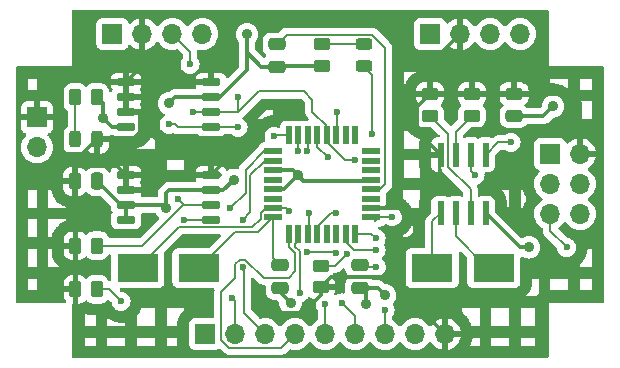
<source format=gtl>
%TF.GenerationSoftware,KiCad,Pcbnew,8.0.8*%
%TF.CreationDate,2025-02-03T21:22:42-04:00*%
%TF.ProjectId,ATMega328P-512K-Datalogger-2L,41544d65-6761-4333-9238-502d3531324b,1*%
%TF.SameCoordinates,Original*%
%TF.FileFunction,Copper,L1,Top*%
%TF.FilePolarity,Positive*%
%FSLAX46Y46*%
G04 Gerber Fmt 4.6, Leading zero omitted, Abs format (unit mm)*
G04 Created by KiCad (PCBNEW 8.0.8) date 2025-02-03 21:22:42*
%MOMM*%
%LPD*%
G01*
G04 APERTURE LIST*
G04 Aperture macros list*
%AMRoundRect*
0 Rectangle with rounded corners*
0 $1 Rounding radius*
0 $2 $3 $4 $5 $6 $7 $8 $9 X,Y pos of 4 corners*
0 Add a 4 corners polygon primitive as box body*
4,1,4,$2,$3,$4,$5,$6,$7,$8,$9,$2,$3,0*
0 Add four circle primitives for the rounded corners*
1,1,$1+$1,$2,$3*
1,1,$1+$1,$4,$5*
1,1,$1+$1,$6,$7*
1,1,$1+$1,$8,$9*
0 Add four rect primitives between the rounded corners*
20,1,$1+$1,$2,$3,$4,$5,0*
20,1,$1+$1,$4,$5,$6,$7,0*
20,1,$1+$1,$6,$7,$8,$9,0*
20,1,$1+$1,$8,$9,$2,$3,0*%
G04 Aperture macros list end*
%TA.AperFunction,SMDPad,CuDef*%
%ADD10RoundRect,0.150000X-0.650000X-0.150000X0.650000X-0.150000X0.650000X0.150000X-0.650000X0.150000X0*%
%TD*%
%TA.AperFunction,SMDPad,CuDef*%
%ADD11RoundRect,0.250000X0.450000X-0.262500X0.450000X0.262500X-0.450000X0.262500X-0.450000X-0.262500X0*%
%TD*%
%TA.AperFunction,SMDPad,CuDef*%
%ADD12RoundRect,0.250000X-0.262500X-0.450000X0.262500X-0.450000X0.262500X0.450000X-0.262500X0.450000X0*%
%TD*%
%TA.AperFunction,SMDPad,CuDef*%
%ADD13RoundRect,0.068750X-0.666250X-0.206250X0.666250X-0.206250X0.666250X0.206250X-0.666250X0.206250X0*%
%TD*%
%TA.AperFunction,SMDPad,CuDef*%
%ADD14RoundRect,0.068750X-0.206250X-0.666250X0.206250X-0.666250X0.206250X0.666250X-0.206250X0.666250X0*%
%TD*%
%TA.AperFunction,SMDPad,CuDef*%
%ADD15RoundRect,0.250000X0.475000X-0.250000X0.475000X0.250000X-0.475000X0.250000X-0.475000X-0.250000X0*%
%TD*%
%TA.AperFunction,SMDPad,CuDef*%
%ADD16RoundRect,0.250000X-0.475000X0.250000X-0.475000X-0.250000X0.475000X-0.250000X0.475000X0.250000X0*%
%TD*%
%TA.AperFunction,SMDPad,CuDef*%
%ADD17RoundRect,0.073750X0.221250X-0.911250X0.221250X0.911250X-0.221250X0.911250X-0.221250X-0.911250X0*%
%TD*%
%TA.AperFunction,SMDPad,CuDef*%
%ADD18R,3.500000X2.400000*%
%TD*%
%TA.AperFunction,ComponentPad*%
%ADD19R,1.700000X1.700000*%
%TD*%
%TA.AperFunction,ComponentPad*%
%ADD20O,1.700000X1.700000*%
%TD*%
%TA.AperFunction,SMDPad,CuDef*%
%ADD21RoundRect,0.243750X-0.456250X0.243750X-0.456250X-0.243750X0.456250X-0.243750X0.456250X0.243750X0*%
%TD*%
%TA.AperFunction,SMDPad,CuDef*%
%ADD22RoundRect,0.243750X-0.243750X-0.456250X0.243750X-0.456250X0.243750X0.456250X-0.243750X0.456250X0*%
%TD*%
%TA.AperFunction,SMDPad,CuDef*%
%ADD23RoundRect,0.250000X-0.450000X0.262500X-0.450000X-0.262500X0.450000X-0.262500X0.450000X0.262500X0*%
%TD*%
%TA.AperFunction,SMDPad,CuDef*%
%ADD24RoundRect,0.250000X-0.250000X-0.475000X0.250000X-0.475000X0.250000X0.475000X-0.250000X0.475000X0*%
%TD*%
%TA.AperFunction,ViaPad*%
%ADD25C,0.600000*%
%TD*%
%TA.AperFunction,ViaPad*%
%ADD26C,0.900000*%
%TD*%
%TA.AperFunction,Conductor*%
%ADD27C,0.200000*%
%TD*%
%TA.AperFunction,Conductor*%
%ADD28C,0.350000*%
%TD*%
G04 APERTURE END LIST*
D10*
%TO.P,U3,1,A0*%
%TO.N,/VCC*%
X132500000Y-93434000D03*
%TO.P,U3,2,A1*%
X132500000Y-94704000D03*
%TO.P,U3,3,A2*%
X132500000Y-95974000D03*
%TO.P,U3,4,GND*%
%TO.N,GND*%
X132500000Y-97244000D03*
%TO.P,U3,5,SDA*%
%TO.N,/SDA*%
X139700000Y-97244000D03*
%TO.P,U3,6,SCL*%
%TO.N,/SCL*%
X139700000Y-95974000D03*
%TO.P,U3,7,WP*%
%TO.N,GND*%
X139700000Y-94704000D03*
%TO.P,U3,8,VCC*%
%TO.N,/VCC*%
X139700000Y-93434000D03*
%TD*%
D11*
%TO.P,R1,1*%
%TO.N,GND*%
X149098000Y-92073500D03*
%TO.P,R1,2*%
%TO.N,Net-(D1-K)*%
X149098000Y-90248500D03*
%TD*%
D12*
%TO.P,R6,1*%
%TO.N,/VCC*%
X128223000Y-107286000D03*
%TO.P,R6,2*%
%TO.N,/SCL*%
X130048000Y-107286000D03*
%TD*%
D13*
%TO.P,U1,1,PD3*%
%TO.N,/D3*%
X144928000Y-99308000D03*
%TO.P,U1,2,PD4*%
%TO.N,/D4*%
X144928000Y-100108000D03*
%TO.P,U1,3,GND*%
%TO.N,GND*%
X144928000Y-100908000D03*
%TO.P,U1,4,VCC*%
%TO.N,unconnected-(U1-VCC-Pad4)*%
X144928000Y-101708000D03*
%TO.P,U1,5,GND*%
%TO.N,GND*%
X144928000Y-102508000D03*
%TO.P,U1,6,VCC*%
%TO.N,unconnected-(U1-VCC-Pad6)*%
X144928000Y-103308000D03*
%TO.P,U1,7,PB6*%
%TO.N,Net-(U1-PB6)*%
X144928000Y-104108000D03*
%TO.P,U1,8,PB7*%
%TO.N,Net-(U1-PB7)*%
X144928000Y-104908000D03*
D14*
%TO.P,U1,9,PD5*%
%TO.N,/D5*%
X146298000Y-106278000D03*
%TO.P,U1,10,PD6*%
%TO.N,/D6*%
X147098000Y-106278000D03*
%TO.P,U1,11,PD7*%
%TO.N,/D7*%
X147898000Y-106278000D03*
%TO.P,U1,12,PB0*%
%TO.N,/D8*%
X148698000Y-106278000D03*
%TO.P,U1,13,PB1*%
%TO.N,unconnected-(U1-PB1-Pad13)*%
X149498000Y-106278000D03*
%TO.P,U1,14,PB2*%
%TO.N,unconnected-(U1-PB2-Pad14)*%
X150298000Y-106278000D03*
%TO.P,U1,15,PB3*%
%TO.N,/MOSI*%
X151098000Y-106278000D03*
%TO.P,U1,16,PB4*%
%TO.N,/MISO*%
X151898000Y-106278000D03*
D13*
%TO.P,U1,17,PB5*%
%TO.N,/SCK*%
X153268000Y-104908000D03*
%TO.P,U1,18,AVCC*%
%TO.N,/VCC*%
X153268000Y-104108000D03*
%TO.P,U1,19,ADC6*%
%TO.N,unconnected-(U1-ADC6-Pad19)*%
X153268000Y-103308000D03*
%TO.P,U1,20,AREF*%
%TO.N,Net-(U1-AREF)*%
X153268000Y-102508000D03*
%TO.P,U1,21,GND*%
%TO.N,GND*%
X153268000Y-101708000D03*
%TO.P,U1,22,ADC7*%
%TO.N,unconnected-(U1-ADC7-Pad22)*%
X153268000Y-100908000D03*
%TO.P,U1,23,PC0*%
%TO.N,unconnected-(U1-PC0-Pad23)*%
X153268000Y-100108000D03*
%TO.P,U1,24,PC1*%
%TO.N,unconnected-(U1-PC1-Pad24)*%
X153268000Y-99308000D03*
D14*
%TO.P,U1,25,PC2*%
%TO.N,unconnected-(U1-PC2-Pad25)*%
X151898000Y-97938000D03*
%TO.P,U1,26,PC3*%
%TO.N,unconnected-(U1-PC3-Pad26)*%
X151098000Y-97938000D03*
%TO.P,U1,27,PC4*%
%TO.N,/SDA*%
X150298000Y-97938000D03*
%TO.P,U1,28,PC5*%
%TO.N,/SCL*%
X149498000Y-97938000D03*
%TO.P,U1,29,PC6/~{RESET}*%
%TO.N,/RESET*%
X148698000Y-97938000D03*
%TO.P,U1,30,PD0*%
%TO.N,/RX*%
X147898000Y-97938000D03*
%TO.P,U1,31,PD1*%
%TO.N,/TX*%
X147098000Y-97938000D03*
%TO.P,U1,32,PD2*%
%TO.N,/D2*%
X146298000Y-97938000D03*
%TD*%
D15*
%TO.P,C1,1*%
%TO.N,GND*%
X145288000Y-92148500D03*
%TO.P,C1,2*%
%TO.N,Net-(U1-AREF)*%
X145288000Y-90248500D03*
%TD*%
D10*
%TO.P,U4,1,A0*%
%TO.N,/VCC*%
X132500000Y-101308000D03*
%TO.P,U4,2,A1*%
X132500000Y-102578000D03*
%TO.P,U4,3,A2*%
%TO.N,GND*%
X132500000Y-103848000D03*
%TO.P,U4,4,GND*%
X132500000Y-105118000D03*
%TO.P,U4,5,SDA*%
%TO.N,/SDA*%
X139700000Y-105118000D03*
%TO.P,U4,6,SCL*%
%TO.N,/SCL*%
X139700000Y-103848000D03*
%TO.P,U4,7,WP*%
%TO.N,GND*%
X139700000Y-102578000D03*
%TO.P,U4,8,VCC*%
%TO.N,/VCC*%
X139700000Y-101308000D03*
%TD*%
D16*
%TO.P,C5,1*%
%TO.N,/VCC*%
X165354000Y-94450000D03*
%TO.P,C5,2*%
%TO.N,GND*%
X165354000Y-96350000D03*
%TD*%
D17*
%TO.P,U2,1,X1*%
%TO.N,Net-(U2-X1)*%
X159131000Y-104545000D03*
%TO.P,U2,2,X2*%
%TO.N,Net-(U2-X2)*%
X160401000Y-104545000D03*
%TO.P,U2,3,~{INTA}*%
%TO.N,Net-(U2-~{INTA})*%
X161671000Y-104545000D03*
%TO.P,U2,4,GND*%
%TO.N,GND*%
X162941000Y-104545000D03*
%TO.P,U2,5,SDA*%
%TO.N,/SDA*%
X162941000Y-99595000D03*
%TO.P,U2,6,SCL*%
%TO.N,/SCL*%
X161671000Y-99595000D03*
%TO.P,U2,7,SQW/~INT*%
%TO.N,Net-(U2-SQW{slash}~INT)*%
X160401000Y-99595000D03*
%TO.P,U2,8,VCC*%
%TO.N,/VCC*%
X159131000Y-99595000D03*
%TD*%
D18*
%TO.P,Y2,1,1*%
%TO.N,Net-(U2-X2)*%
X163636000Y-109182000D03*
%TO.P,Y2,2,2*%
%TO.N,Net-(U2-X1)*%
X158436000Y-109182000D03*
%TD*%
D19*
%TO.P,ICSP,1,Pin_1*%
%TO.N,/MISO*%
X168402000Y-99530000D03*
D20*
%TO.P,ICSP,2,Pin_2*%
%TO.N,/VCC*%
X170942000Y-99530000D03*
%TO.P,ICSP,3,Pin_3*%
%TO.N,/SCK*%
X168402000Y-102070000D03*
%TO.P,ICSP,4,Pin_4*%
%TO.N,/MOSI*%
X170942000Y-102070000D03*
%TO.P,ICSP,5,Pin_5*%
%TO.N,/RESET*%
X168402000Y-104610000D03*
%TO.P,ICSP,6,Pin_6*%
%TO.N,GND*%
X170942000Y-104610000D03*
%TD*%
D15*
%TO.P,C2,1*%
%TO.N,GND*%
X152273000Y-110871000D03*
%TO.P,C2,2*%
%TO.N,Net-(U1-PB6)*%
X152273000Y-108971000D03*
%TD*%
D21*
%TO.P,D1,1,K*%
%TO.N,Net-(D1-K)*%
X152654000Y-90248500D03*
%TO.P,D1,2,A*%
%TO.N,/SCK*%
X152654000Y-92123500D03*
%TD*%
D22*
%TO.P,D2,1,K*%
%TO.N,Net-(D2-K)*%
X128198000Y-98298000D03*
%TO.P,D2,2,A*%
%TO.N,/VCC*%
X130073000Y-98298000D03*
%TD*%
D18*
%TO.P,Y1,1,1*%
%TO.N,Net-(U1-PB7)*%
X138684000Y-109182000D03*
%TO.P,Y1,2,2*%
%TO.N,Net-(U1-PB6)*%
X133484000Y-109182000D03*
%TD*%
D23*
%TO.P,R5,1*%
%TO.N,/VCC*%
X161798000Y-94450000D03*
%TO.P,R5,2*%
%TO.N,Net-(U2-SQW{slash}~INT)*%
X161798000Y-96275000D03*
%TD*%
D19*
%TO.P,BT1,1,+*%
%TO.N,/VCC*%
X124968000Y-96438000D03*
D20*
%TO.P,BT1,2,-*%
%TO.N,GND*%
X124968000Y-98978000D03*
%TD*%
D19*
%TO.P,Serial,1,Pin_1*%
%TO.N,GND*%
X158242000Y-89370000D03*
D20*
%TO.P,Serial,2,Pin_2*%
%TO.N,/VCC*%
X160782000Y-89370000D03*
%TO.P,Serial,3,Pin_3*%
%TO.N,/TX*%
X163322000Y-89370000D03*
%TO.P,Serial,4,Pin_4*%
%TO.N,/RX*%
X165862000Y-89370000D03*
%TD*%
D24*
%TO.P,C4,1*%
%TO.N,/VCC*%
X128165500Y-101854000D03*
%TO.P,C4,2*%
%TO.N,GND*%
X130065500Y-101854000D03*
%TD*%
D12*
%TO.P,R3,1*%
%TO.N,Net-(D2-K)*%
X128223000Y-94742000D03*
%TO.P,R3,2*%
%TO.N,GND*%
X130048000Y-94742000D03*
%TD*%
D19*
%TO.P,GPIO,1,Pin_1*%
%TO.N,/D2*%
X139192000Y-114770000D03*
D20*
%TO.P,GPIO,2,Pin_2*%
%TO.N,/D3*%
X141732000Y-114770000D03*
%TO.P,GPIO,3,Pin_3*%
%TO.N,/D4*%
X144272000Y-114770000D03*
%TO.P,GPIO,4,Pin_4*%
%TO.N,/D5*%
X146812000Y-114770000D03*
%TO.P,GPIO,5,Pin_5*%
%TO.N,/D6*%
X149352000Y-114770000D03*
%TO.P,GPIO,6,Pin_6*%
%TO.N,/D7*%
X151892000Y-114770000D03*
%TO.P,GPIO,7,Pin_7*%
%TO.N,/D8*%
X154432000Y-114770000D03*
%TO.P,GPIO,8,Pin_8*%
%TO.N,GND*%
X156972000Y-114770000D03*
%TO.P,GPIO,9,Pin_9*%
%TO.N,/VCC*%
X159512000Y-114770000D03*
%TD*%
D12*
%TO.P,R7,1*%
%TO.N,/VCC*%
X128223000Y-110998000D03*
%TO.P,R7,2*%
%TO.N,/SDA*%
X130048000Y-110998000D03*
%TD*%
D19*
%TO.P,I2C,1,Pin_1*%
%TO.N,GND*%
X131350000Y-89370000D03*
D20*
%TO.P,I2C,2,Pin_2*%
%TO.N,/VCC*%
X133890000Y-89370000D03*
%TO.P,I2C,3,Pin_3*%
%TO.N,/SDA*%
X136430000Y-89370000D03*
%TO.P,I2C,4,Pin_4*%
%TO.N,/SCL*%
X138970000Y-89370000D03*
%TD*%
D23*
%TO.P,R4,1*%
%TO.N,/VCC*%
X158242000Y-94450000D03*
%TO.P,R4,2*%
%TO.N,Net-(U2-~{INTA})*%
X158242000Y-96275000D03*
%TD*%
D15*
%TO.P,C3,1*%
%TO.N,GND*%
X145542000Y-110871000D03*
%TO.P,C3,2*%
%TO.N,Net-(U1-PB7)*%
X145542000Y-108971000D03*
%TD*%
D11*
%TO.P,R2,1*%
%TO.N,/VCC*%
X148971000Y-110813500D03*
%TO.P,R2,2*%
%TO.N,/RESET*%
X148971000Y-108988500D03*
%TD*%
D25*
%TO.N,/SCK*%
X153365200Y-97866200D03*
X155041600Y-104851200D03*
D26*
%TO.N,GND*%
X147066000Y-101346000D03*
X146431000Y-112141000D03*
X136144000Y-95250000D03*
X135890000Y-104140000D03*
X142748000Y-89408000D03*
X152781000Y-112268000D03*
X141605000Y-101727000D03*
X166624000Y-107442000D03*
X168656000Y-95504000D03*
X130556000Y-96520000D03*
X154432000Y-111506000D03*
D25*
%TO.N,Net-(U1-PB6)*%
X146304000Y-104394000D03*
X150241000Y-107950000D03*
X153703000Y-109093000D03*
X147812000Y-107791211D03*
D26*
%TO.N,/VCC*%
X143510000Y-112014000D03*
X141097000Y-99695000D03*
D25*
%TO.N,/SCL*%
X138176000Y-96012000D03*
X141986000Y-94742000D03*
X136906000Y-103303000D03*
X162052000Y-101346000D03*
X151892000Y-100076000D03*
%TO.N,/SDA*%
X141986000Y-97282000D03*
X165100000Y-98552000D03*
X137414000Y-105118000D03*
X136144000Y-97028000D03*
X137922000Y-91948000D03*
X132080000Y-112014000D03*
X150368000Y-96012000D03*
%TO.N,/D2*%
X145034000Y-98044000D03*
%TO.N,/D4*%
X142408186Y-105087120D03*
X142367000Y-109093000D03*
%TO.N,/D3*%
X141287500Y-104140000D03*
X141478000Y-111760000D03*
%TO.N,/D6*%
X147193000Y-111289000D03*
X149352000Y-112268000D03*
%TO.N,/D7*%
X150749000Y-112141000D03*
X147955000Y-104521000D03*
%TO.N,/D8*%
X154432000Y-112776000D03*
X150241000Y-104521000D03*
%TO.N,/RX*%
X147866003Y-99314000D03*
%TO.N,/TX*%
X147066000Y-99314000D03*
%TO.N,/MISO*%
X153670000Y-106680000D03*
%TO.N,/RESET*%
X151221735Y-107985265D03*
X169799000Y-107442000D03*
X149606000Y-99822000D03*
%TO.N,/MOSI*%
X153670000Y-107696000D03*
%TD*%
D27*
%TO.N,/SCK*%
X153365200Y-92834700D02*
X153365200Y-97866200D01*
X152654000Y-92123500D02*
X153365200Y-92834700D01*
X153865085Y-104876600D02*
X153550842Y-105190843D01*
X155016200Y-104876600D02*
X153865085Y-104876600D01*
X155041600Y-104851200D02*
X155016200Y-104876600D01*
D28*
%TO.N,/VCC*%
X157607000Y-105562400D02*
X156152600Y-104108000D01*
X156152600Y-104108000D02*
X153268000Y-104108000D01*
X155194000Y-107975400D02*
X157607000Y-105562400D01*
X155194000Y-109982000D02*
X155194000Y-107975400D01*
%TO.N,GND*%
X147528000Y-101808000D02*
X147066000Y-101346000D01*
X145542000Y-111252000D02*
X146431000Y-112141000D01*
X147066000Y-101346000D02*
X146628000Y-100908000D01*
X142748000Y-90932000D02*
X143964500Y-92148500D01*
X167810000Y-96350000D02*
X165354000Y-96350000D01*
X145670500Y-92073500D02*
X149098000Y-92073500D01*
X168656000Y-95504000D02*
X167810000Y-96350000D01*
X152781000Y-112268000D02*
X152781000Y-111379000D01*
X142748000Y-89408000D02*
X142748000Y-90932000D01*
X130065500Y-101854000D02*
X132059500Y-103848000D01*
X166624000Y-107442000D02*
X165838000Y-107442000D01*
X131280000Y-97244000D02*
X132500000Y-97244000D01*
X145904000Y-102508000D02*
X144928000Y-102508000D01*
X132059500Y-103848000D02*
X132500000Y-103848000D01*
X135890000Y-102832000D02*
X136144000Y-102578000D01*
X142748000Y-92455999D02*
X142748000Y-90932000D01*
X152781000Y-111379000D02*
X152273000Y-110871000D01*
X145542000Y-110871000D02*
X145542000Y-111252000D01*
X140499999Y-94704000D02*
X142748000Y-92455999D01*
X140754000Y-102578000D02*
X141605000Y-101727000D01*
X145288000Y-92148500D02*
X145595500Y-92148500D01*
X153797000Y-110871000D02*
X154432000Y-111506000D01*
X152273000Y-110871000D02*
X153797000Y-110871000D01*
X165838000Y-107442000D02*
X162941000Y-104545000D01*
X136690000Y-94704000D02*
X139700000Y-94704000D01*
X139700000Y-102578000D02*
X140754000Y-102578000D01*
X130556000Y-96520000D02*
X130556000Y-95250000D01*
X135598000Y-103848000D02*
X132500000Y-103848000D01*
X135890000Y-104140000D02*
X135598000Y-103848000D01*
X153208000Y-101808000D02*
X147528000Y-101808000D01*
X130556000Y-96520000D02*
X131280000Y-97244000D01*
X136144000Y-102578000D02*
X139700000Y-102578000D01*
X153268000Y-101708000D02*
X153268000Y-101748000D01*
X130556000Y-95250000D02*
X130048000Y-94742000D01*
X139700000Y-94704000D02*
X140499999Y-94704000D01*
X145595500Y-92148500D02*
X145670500Y-92073500D01*
X147066000Y-101346000D02*
X145904000Y-102508000D01*
X136144000Y-95250000D02*
X136690000Y-94704000D01*
X146628000Y-100908000D02*
X144928000Y-100908000D01*
X132500000Y-105118000D02*
X132500000Y-103848000D01*
X135890000Y-104140000D02*
X135890000Y-102832000D01*
X143964500Y-92148500D02*
X145288000Y-92148500D01*
X153268000Y-101748000D02*
X153208000Y-101808000D01*
D27*
%TO.N,Net-(U1-AREF)*%
X153317232Y-89436000D02*
X154432000Y-90550768D01*
X145288000Y-90248500D02*
X146100500Y-89436000D01*
X154432000Y-90550768D02*
X154432000Y-102079000D01*
X146100500Y-89436000D02*
X153317232Y-89436000D01*
X154432000Y-102079000D02*
X154003000Y-102508000D01*
X154003000Y-102508000D02*
X153268000Y-102508000D01*
%TO.N,Net-(U1-PB6)*%
X153703000Y-109093000D02*
X152395000Y-109093000D01*
X152273000Y-109098000D02*
X152024000Y-109098000D01*
X150082211Y-107791211D02*
X150241000Y-107950000D01*
X144332104Y-104108000D02*
X144928000Y-104108000D01*
X152395000Y-109093000D02*
X152273000Y-108971000D01*
X147812000Y-107791211D02*
X150082211Y-107791211D01*
X143893000Y-104547104D02*
X144332104Y-104108000D01*
X133484000Y-109182000D02*
X136948000Y-105718000D01*
X143202000Y-105718000D02*
X143893000Y-105027000D01*
X146304000Y-104394000D02*
X146018000Y-104108000D01*
X136948000Y-105718000D02*
X143202000Y-105718000D01*
X146018000Y-104108000D02*
X144928000Y-104108000D01*
X143893000Y-105027000D02*
X143893000Y-104547104D01*
%TO.N,Net-(U1-PB7)*%
X141694000Y-106172000D02*
X143664000Y-106172000D01*
X143664000Y-106172000D02*
X144928000Y-104908000D01*
X145542000Y-108971000D02*
X144928000Y-108357000D01*
X138684000Y-109182000D02*
X141694000Y-106172000D01*
X144928000Y-108357000D02*
X144928000Y-104908000D01*
D28*
%TO.N,/VCC*%
X139700000Y-101308000D02*
X140499999Y-101308000D01*
X170942000Y-99530000D02*
X170942000Y-95250000D01*
X133725000Y-96133000D02*
X133566000Y-95974000D01*
X143510000Y-112014000D02*
X144526000Y-113030000D01*
X161798000Y-94450000D02*
X158242000Y-94450000D01*
X132500000Y-102578000D02*
X132500000Y-101308000D01*
X128165500Y-99672500D02*
X128270000Y-99568000D01*
X157117000Y-97581000D02*
X157117000Y-95575000D01*
X127000000Y-99568000D02*
X128270000Y-99568000D01*
X133566000Y-95974000D02*
X132500000Y-95974000D01*
X128223000Y-102315000D02*
X128223000Y-107286000D01*
X131776000Y-100584000D02*
X128165500Y-100584000D01*
X133890000Y-89370000D02*
X133890000Y-92044000D01*
X141097000Y-99911000D02*
X139700000Y-101308000D01*
X132500000Y-101308000D02*
X139700000Y-101308000D01*
X165354000Y-94450000D02*
X170142000Y-94450000D01*
X147447000Y-113030000D02*
X148971000Y-111506000D01*
X124968000Y-96438000D02*
X126664000Y-96438000D01*
X128803000Y-99568000D02*
X130073000Y-98298000D01*
X155158000Y-109946000D02*
X155194000Y-109982000D01*
X132500000Y-93434000D02*
X132500000Y-94704000D01*
X148971000Y-110813500D02*
X149838500Y-109946000D01*
X126664000Y-96438000D02*
X127000000Y-96774000D01*
X128165500Y-102257500D02*
X128223000Y-102315000D01*
X132500000Y-93434000D02*
X139700000Y-93434000D01*
X159131000Y-99595000D02*
X157117000Y-97581000D01*
X128165500Y-101854000D02*
X128165500Y-102257500D01*
X128165500Y-101854000D02*
X128165500Y-100584000D01*
X165354000Y-94450000D02*
X161798000Y-94450000D01*
X158242000Y-94450000D02*
X158242000Y-91910000D01*
X149838500Y-109946000D02*
X155158000Y-109946000D01*
X132500000Y-101308000D02*
X131776000Y-100584000D01*
X128270000Y-99568000D02*
X128803000Y-99568000D01*
X155194000Y-109982000D02*
X155194000Y-110452000D01*
X141097000Y-99695000D02*
X141097000Y-99911000D01*
X170142000Y-94450000D02*
X170942000Y-95250000D01*
X148971000Y-111506000D02*
X148971000Y-110813500D01*
X144526000Y-113030000D02*
X147447000Y-113030000D01*
X128223000Y-110998000D02*
X128223000Y-107286000D01*
X132500000Y-95974000D02*
X132500000Y-94704000D01*
X130073000Y-98298000D02*
X133063328Y-98298000D01*
X128165500Y-100584000D02*
X128165500Y-99672500D01*
X157117000Y-95575000D02*
X158242000Y-94450000D01*
X133725000Y-97636328D02*
X133725000Y-96133000D01*
X133890000Y-92044000D02*
X132500000Y-93434000D01*
X155194000Y-110452000D02*
X159512000Y-114770000D01*
X133063328Y-98298000D02*
X133725000Y-97636328D01*
X127000000Y-96774000D02*
X127000000Y-99568000D01*
X158242000Y-91910000D02*
X160782000Y-89370000D01*
D27*
%TO.N,/SCL*%
X141986000Y-95974000D02*
X143726000Y-94234000D01*
X148269000Y-95974000D02*
X149498000Y-97203000D01*
X141986000Y-94742000D02*
X141986000Y-95974000D01*
X137313371Y-103848000D02*
X133875371Y-107286000D01*
X139662000Y-96012000D02*
X139700000Y-95974000D01*
X137451000Y-103848000D02*
X136906000Y-103303000D01*
%TO.N,/SCK*%
X152533000Y-104908000D02*
X153268000Y-104908000D01*
%TO.N,/SCL*%
X138176000Y-96012000D02*
X139662000Y-96012000D01*
X149498000Y-97203000D02*
X149498000Y-97938000D01*
X161671000Y-100965000D02*
X161671000Y-99595000D01*
X148269000Y-94929000D02*
X148269000Y-95974000D01*
X133875371Y-107286000D02*
X130048000Y-107286000D01*
X147574000Y-94234000D02*
X148269000Y-94929000D01*
X139700000Y-103848000D02*
X137313371Y-103848000D01*
X143726000Y-94234000D02*
X147574000Y-94234000D01*
X151040104Y-100076000D02*
X149498000Y-98533896D01*
X149498000Y-98533896D02*
X149498000Y-97938000D01*
X139700000Y-103848000D02*
X137451000Y-103848000D01*
X139700000Y-95974000D02*
X141986000Y-95974000D01*
X151892000Y-100076000D02*
X151040104Y-100076000D01*
X162052000Y-101346000D02*
X161671000Y-100965000D01*
%TO.N,Net-(D1-K)*%
X149098000Y-90248500D02*
X152654000Y-90248500D01*
%TO.N,Net-(D2-K)*%
X128198000Y-98298000D02*
X128198000Y-94767000D01*
X128198000Y-94767000D02*
X128223000Y-94742000D01*
X128223000Y-98273000D02*
X128198000Y-98298000D01*
%TO.N,/SDA*%
X131064000Y-110998000D02*
X130048000Y-110998000D01*
X137922000Y-90862000D02*
X137922000Y-91948000D01*
X141948000Y-97244000D02*
X141986000Y-97282000D01*
X136652000Y-97028000D02*
X136868000Y-97244000D01*
X139700000Y-105118000D02*
X137414000Y-105118000D01*
X150368000Y-96012000D02*
X150368000Y-97868000D01*
X132080000Y-112014000D02*
X131064000Y-110998000D01*
X136144000Y-97028000D02*
X136652000Y-97028000D01*
X136868000Y-97244000D02*
X139700000Y-97244000D01*
X150368000Y-97868000D02*
X150298000Y-97938000D01*
X163984000Y-98552000D02*
X162941000Y-99595000D01*
X165100000Y-98552000D02*
X163984000Y-98552000D01*
X136430000Y-89370000D02*
X137922000Y-90862000D01*
X139700000Y-97244000D02*
X141948000Y-97244000D01*
%TO.N,/D5*%
X146272456Y-110021000D02*
X146812000Y-109481456D01*
X140582000Y-115246346D02*
X140582000Y-111180529D01*
X146812000Y-109481456D02*
X146812000Y-107950000D01*
X146812000Y-107950000D02*
X146298000Y-107436000D01*
X140582000Y-111180529D02*
X141767000Y-109995529D01*
X146812000Y-114770000D02*
X145662000Y-115920000D01*
X141767000Y-108844471D02*
X142118471Y-108493000D01*
X144143529Y-110021000D02*
X146272456Y-110021000D01*
X141255654Y-115920000D02*
X140582000Y-115246346D01*
X146298000Y-107436000D02*
X146298000Y-106278000D01*
X141767000Y-109995529D02*
X141767000Y-108844471D01*
X142615529Y-108493000D02*
X144143529Y-110021000D01*
X142118471Y-108493000D02*
X142615529Y-108493000D01*
X145662000Y-115920000D02*
X141255654Y-115920000D01*
%TO.N,/D2*%
X145140000Y-97938000D02*
X145034000Y-98044000D01*
X146298000Y-97938000D02*
X145140000Y-97938000D01*
%TO.N,/D4*%
X144928000Y-100108000D02*
X144261394Y-100108000D01*
X143021000Y-104474306D02*
X142408186Y-105087120D01*
X143021000Y-101348394D02*
X143021000Y-104474306D01*
X144272000Y-114770000D02*
X142494000Y-112992000D01*
X142494000Y-109474000D02*
X142494000Y-112214000D01*
X144261394Y-100108000D02*
X143021000Y-101348394D01*
X142367000Y-109347000D02*
X142494000Y-109474000D01*
X142367000Y-109093000D02*
X142367000Y-109347000D01*
X142494000Y-112992000D02*
X142494000Y-112214000D01*
%TO.N,/D3*%
X141287500Y-104140000D02*
X142621000Y-102806500D01*
X142621000Y-100880000D02*
X144193000Y-99308000D01*
X141732000Y-112014000D02*
X141732000Y-114770000D01*
X144193000Y-99308000D02*
X144928000Y-99308000D01*
X142621000Y-102806500D02*
X142621000Y-100880000D01*
X141478000Y-111760000D02*
X141732000Y-112014000D01*
%TO.N,/D6*%
X147098000Y-106873896D02*
X147098000Y-106278000D01*
X147193000Y-111289000D02*
X147212000Y-111270000D01*
X147212000Y-111270000D02*
X147212000Y-107784314D01*
X146812000Y-107159896D02*
X147098000Y-106873896D01*
X149352000Y-114770000D02*
X149352000Y-112268000D01*
X146812000Y-107384314D02*
X146812000Y-107159896D01*
X147212000Y-107784314D02*
X146812000Y-107384314D01*
%TO.N,/D7*%
X147955000Y-104521000D02*
X147955000Y-106221000D01*
X151892000Y-113284000D02*
X151892000Y-114770000D01*
X150749000Y-112141000D02*
X151892000Y-113284000D01*
X147955000Y-106221000D02*
X147898000Y-106278000D01*
%TO.N,/D8*%
X150241000Y-104521000D02*
X149859104Y-104521000D01*
X148698000Y-105682104D02*
X148698000Y-106278000D01*
X154432000Y-114770000D02*
X154432000Y-112776000D01*
X149859104Y-104521000D02*
X148698000Y-105682104D01*
%TO.N,/RX*%
X147898000Y-97938000D02*
X147898000Y-99282003D01*
X147898000Y-99282003D02*
X147866003Y-99314000D01*
%TO.N,/TX*%
X147098000Y-97938000D02*
X147098000Y-99282000D01*
X147098000Y-99282000D02*
X147066000Y-99314000D01*
%TO.N,/MISO*%
X153268000Y-106278000D02*
X153670000Y-106680000D01*
X151898000Y-106278000D02*
X153268000Y-106278000D01*
%TO.N,/RESET*%
X148698000Y-98914000D02*
X148698000Y-97938000D01*
X150218500Y-108988500D02*
X148971000Y-108988500D01*
X168402000Y-106045000D02*
X168402000Y-104610000D01*
X149606000Y-99822000D02*
X148698000Y-98914000D01*
X151221735Y-107985265D02*
X150218500Y-108988500D01*
X169799000Y-107442000D02*
X168402000Y-106045000D01*
%TO.N,/MOSI*%
X151098000Y-107013000D02*
X151781000Y-107696000D01*
X151098000Y-106278000D02*
X151098000Y-107013000D01*
X151781000Y-107696000D02*
X153670000Y-107696000D01*
%TO.N,Net-(U2-~{INTA})*%
X161671000Y-102528106D02*
X159776000Y-100633106D01*
X159776000Y-97809000D02*
X158242000Y-96275000D01*
X159776000Y-100633106D02*
X159776000Y-97809000D01*
X161671000Y-104545000D02*
X161671000Y-102528106D01*
%TO.N,Net-(U2-SQW{slash}~INT)*%
X160401000Y-97672000D02*
X161798000Y-96275000D01*
D28*
X161873000Y-96350000D02*
X161798000Y-96275000D01*
D27*
X160401000Y-99595000D02*
X160401000Y-97672000D01*
%TO.N,Net-(U2-X1)*%
X158436000Y-105240000D02*
X159131000Y-104545000D01*
X158436000Y-109182000D02*
X158436000Y-105240000D01*
%TO.N,Net-(U2-X2)*%
X163636000Y-109182000D02*
X163086000Y-109182000D01*
X163086000Y-109182000D02*
X160401000Y-106497000D01*
X160401000Y-106497000D02*
X160401000Y-104545000D01*
%TD*%
%TA.AperFunction,Conductor*%
%TO.N,/VCC*%
G36*
X143299703Y-110026855D02*
G01*
X143306181Y-110032887D01*
X143658668Y-110385374D01*
X143658678Y-110385385D01*
X143663008Y-110389715D01*
X143663009Y-110389716D01*
X143774813Y-110501520D01*
X143860344Y-110550901D01*
X143911744Y-110580577D01*
X144064471Y-110621500D01*
X144064472Y-110621500D01*
X144192500Y-110621500D01*
X144259539Y-110641185D01*
X144305294Y-110693989D01*
X144316500Y-110745500D01*
X144316500Y-111171001D01*
X144316501Y-111171019D01*
X144327000Y-111273796D01*
X144327001Y-111273799D01*
X144382185Y-111440331D01*
X144382187Y-111440336D01*
X144408275Y-111482632D01*
X144474288Y-111589656D01*
X144598344Y-111713712D01*
X144747666Y-111805814D01*
X144914203Y-111860999D01*
X145016991Y-111871500D01*
X145154835Y-111871499D01*
X145221875Y-111891183D01*
X145242517Y-111907818D01*
X145444549Y-112109850D01*
X145478034Y-112171173D01*
X145480271Y-112185376D01*
X145494253Y-112327332D01*
X145494253Y-112327333D01*
X145548604Y-112506502D01*
X145636862Y-112671623D01*
X145636864Y-112671626D01*
X145755642Y-112816357D01*
X145900373Y-112935135D01*
X145900376Y-112935137D01*
X145993543Y-112984935D01*
X146065499Y-113023396D01*
X146244666Y-113077746D01*
X146244668Y-113077747D01*
X146261374Y-113079392D01*
X146431000Y-113096099D01*
X146617331Y-113077747D01*
X146796501Y-113023396D01*
X146961625Y-112935136D01*
X147106357Y-112816357D01*
X147225136Y-112671625D01*
X147313396Y-112506501D01*
X147367747Y-112327331D01*
X147385633Y-112145721D01*
X147411794Y-112080937D01*
X147468080Y-112040837D01*
X147542522Y-112014789D01*
X147695262Y-111918816D01*
X147822816Y-111791262D01*
X147877262Y-111704610D01*
X147929595Y-111658321D01*
X147998649Y-111647672D01*
X148047352Y-111665045D01*
X148201875Y-111760356D01*
X148201880Y-111760358D01*
X148368302Y-111815505D01*
X148368309Y-111815506D01*
X148471018Y-111825999D01*
X148483800Y-111825999D01*
X148550841Y-111845679D01*
X148596599Y-111898480D01*
X148606547Y-111967638D01*
X148600850Y-111990953D01*
X148566632Y-112088742D01*
X148566630Y-112088750D01*
X148546435Y-112267996D01*
X148546435Y-112268003D01*
X148566630Y-112447249D01*
X148566631Y-112447254D01*
X148626211Y-112617523D01*
X148722185Y-112770263D01*
X148724445Y-112773097D01*
X148725334Y-112775275D01*
X148725889Y-112776158D01*
X148725734Y-112776255D01*
X148750855Y-112837783D01*
X148751500Y-112850412D01*
X148751500Y-113480908D01*
X148731815Y-113547947D01*
X148679914Y-113593286D01*
X148674173Y-113595963D01*
X148674169Y-113595965D01*
X148480597Y-113731505D01*
X148313505Y-113898597D01*
X148183575Y-114084158D01*
X148128998Y-114127783D01*
X148059500Y-114134977D01*
X147997145Y-114103454D01*
X147980425Y-114084158D01*
X147850494Y-113898597D01*
X147683402Y-113731506D01*
X147683395Y-113731501D01*
X147489834Y-113595967D01*
X147489830Y-113595965D01*
X147484085Y-113593286D01*
X147275663Y-113496097D01*
X147275659Y-113496096D01*
X147275655Y-113496094D01*
X147047413Y-113434938D01*
X147047403Y-113434936D01*
X146812001Y-113414341D01*
X146811999Y-113414341D01*
X146576596Y-113434936D01*
X146576586Y-113434938D01*
X146348344Y-113496094D01*
X146348335Y-113496098D01*
X146134171Y-113595964D01*
X146134169Y-113595965D01*
X145940597Y-113731505D01*
X145773505Y-113898597D01*
X145643575Y-114084158D01*
X145588998Y-114127783D01*
X145519500Y-114134977D01*
X145457145Y-114103454D01*
X145440425Y-114084158D01*
X145310494Y-113898597D01*
X145143402Y-113731506D01*
X145143395Y-113731501D01*
X144949834Y-113595967D01*
X144949830Y-113595965D01*
X144944085Y-113593286D01*
X144735663Y-113496097D01*
X144735659Y-113496096D01*
X144735655Y-113496094D01*
X144507413Y-113434938D01*
X144507403Y-113434936D01*
X144272001Y-113414341D01*
X144271999Y-113414341D01*
X144036596Y-113434936D01*
X144036583Y-113434939D01*
X143908241Y-113469327D01*
X143838392Y-113467664D01*
X143788468Y-113437233D01*
X143466631Y-113115396D01*
X143130819Y-112779583D01*
X143097334Y-112718260D01*
X143094500Y-112691902D01*
X143094500Y-110120568D01*
X143114185Y-110053529D01*
X143166989Y-110007774D01*
X143236147Y-109997830D01*
X143299703Y-110026855D01*
G37*
%TD.AperFunction*%
%TA.AperFunction,Conductor*%
G36*
X150969686Y-109189061D02*
G01*
X151025619Y-109230933D01*
X151049710Y-109292641D01*
X151058001Y-109373797D01*
X151058001Y-109373799D01*
X151089554Y-109469018D01*
X151113186Y-109540334D01*
X151179535Y-109647904D01*
X151205289Y-109689657D01*
X151329346Y-109813714D01*
X151332182Y-109815463D01*
X151333717Y-109817170D01*
X151335011Y-109818193D01*
X151334836Y-109818414D01*
X151378905Y-109867411D01*
X151390126Y-109936374D01*
X151362282Y-110000456D01*
X151332182Y-110026537D01*
X151329346Y-110028285D01*
X151205289Y-110152342D01*
X151113187Y-110301663D01*
X151113185Y-110301668D01*
X151098394Y-110346304D01*
X151058001Y-110468203D01*
X151058001Y-110468204D01*
X151058000Y-110468204D01*
X151047500Y-110570983D01*
X151047500Y-111171001D01*
X151047502Y-111171022D01*
X151052334Y-111218328D01*
X151039564Y-111287021D01*
X150991682Y-111337904D01*
X150923892Y-111354824D01*
X150915093Y-111354148D01*
X150749004Y-111335435D01*
X150748996Y-111335435D01*
X150569750Y-111355630D01*
X150569745Y-111355631D01*
X150399474Y-111415212D01*
X150311848Y-111470271D01*
X150244612Y-111489271D01*
X150177777Y-111468903D01*
X150132563Y-111415635D01*
X150123326Y-111346378D01*
X150128171Y-111326272D01*
X150160505Y-111228694D01*
X150160506Y-111228690D01*
X150170999Y-111125986D01*
X150171000Y-111125973D01*
X150171000Y-111063500D01*
X149095000Y-111063500D01*
X149027961Y-111043815D01*
X148982206Y-110991011D01*
X148971000Y-110939500D01*
X148971000Y-110687500D01*
X148990685Y-110620461D01*
X149043489Y-110574706D01*
X149095000Y-110563500D01*
X150170999Y-110563500D01*
X150170999Y-110501028D01*
X150170998Y-110501013D01*
X150160505Y-110398302D01*
X150105358Y-110231880D01*
X150105356Y-110231875D01*
X150013315Y-110082654D01*
X149919695Y-109989034D01*
X149886210Y-109927711D01*
X149891194Y-109858019D01*
X149919691Y-109813676D01*
X150013712Y-109719656D01*
X150016708Y-109714798D01*
X150057970Y-109647904D01*
X150109918Y-109601179D01*
X150163508Y-109589001D01*
X150297554Y-109589001D01*
X150297557Y-109589001D01*
X150450285Y-109548077D01*
X150507558Y-109515010D01*
X150587216Y-109469020D01*
X150699020Y-109357216D01*
X150699020Y-109357214D01*
X150709224Y-109347011D01*
X150709228Y-109347006D01*
X150838673Y-109217560D01*
X150899994Y-109184077D01*
X150969686Y-109189061D01*
G37*
%TD.AperFunction*%
%TA.AperFunction,Conductor*%
G36*
X168218039Y-87350185D02*
G01*
X168263794Y-87402989D01*
X168275000Y-87454500D01*
X168275000Y-92075000D01*
X172857500Y-92075000D01*
X172924539Y-92094685D01*
X172970294Y-92147489D01*
X172981500Y-92199000D01*
X172981500Y-112017000D01*
X172961815Y-112084039D01*
X172909011Y-112129794D01*
X172857500Y-112141000D01*
X168275000Y-112141000D01*
X168275000Y-116685500D01*
X168255315Y-116752539D01*
X168202511Y-116798294D01*
X168151000Y-116809500D01*
X128013000Y-116809500D01*
X127945961Y-116789815D01*
X127900206Y-116737011D01*
X127889000Y-116685500D01*
X127889000Y-115811500D01*
X129013000Y-115811500D01*
X129932500Y-115811500D01*
X130930500Y-115811500D01*
X132432500Y-115811500D01*
X133430500Y-115811500D01*
X134932500Y-115811500D01*
X135930500Y-115811500D01*
X136853190Y-115811500D01*
X136847788Y-115761245D01*
X136847477Y-115757936D01*
X136845865Y-115737899D01*
X136845643Y-115734587D01*
X136844214Y-115707905D01*
X136844081Y-115704587D01*
X136843545Y-115684536D01*
X136843501Y-115681222D01*
X136843501Y-115078500D01*
X135930500Y-115078500D01*
X135930500Y-115811500D01*
X134932500Y-115811500D01*
X134932500Y-115078500D01*
X133430500Y-115078500D01*
X133430500Y-115811500D01*
X132432500Y-115811500D01*
X132432500Y-115078500D01*
X130930500Y-115078500D01*
X130930500Y-115811500D01*
X129932500Y-115811500D01*
X129932500Y-115078500D01*
X129013000Y-115078500D01*
X129013000Y-115811500D01*
X127889000Y-115811500D01*
X127889000Y-113114673D01*
X129013000Y-113114673D01*
X129013000Y-114080500D01*
X129932500Y-114080500D01*
X130930500Y-114080500D01*
X132432500Y-114080500D01*
X132432500Y-113782433D01*
X132405707Y-113786986D01*
X132398820Y-113787958D01*
X132163908Y-113814425D01*
X132156979Y-113815010D01*
X132114961Y-113817370D01*
X132108007Y-113817565D01*
X132051993Y-113817565D01*
X132045039Y-113817370D01*
X132003021Y-113815010D01*
X131996092Y-113814425D01*
X131761180Y-113787958D01*
X131754293Y-113786986D01*
X131712809Y-113779938D01*
X131705989Y-113778582D01*
X131651379Y-113766119D01*
X131644642Y-113764381D01*
X131604193Y-113752728D01*
X131597566Y-113750616D01*
X131374422Y-113672535D01*
X131367921Y-113670053D01*
X131329035Y-113653945D01*
X131322688Y-113651105D01*
X131272221Y-113626801D01*
X131266041Y-113623608D01*
X131229210Y-113603252D01*
X131223220Y-113599719D01*
X131023052Y-113473944D01*
X131017267Y-113470078D01*
X130982939Y-113445720D01*
X130977382Y-113441538D01*
X130933590Y-113406614D01*
X130930500Y-113404004D01*
X130930500Y-114080500D01*
X129932500Y-114080500D01*
X129932500Y-113206962D01*
X133430500Y-113206962D01*
X133430500Y-114080500D01*
X134932500Y-114080500D01*
X135930500Y-114080500D01*
X136843500Y-114080500D01*
X136843500Y-113858752D01*
X136843545Y-113855428D01*
X136844084Y-113835327D01*
X136844217Y-113832007D01*
X136845649Y-113805320D01*
X136845871Y-113802011D01*
X136847481Y-113782018D01*
X136847792Y-113778715D01*
X136858962Y-113674825D01*
X136860029Y-113667157D01*
X136867936Y-113620971D01*
X136869481Y-113613381D01*
X136883826Y-113552670D01*
X136885842Y-113545191D01*
X136899450Y-113500328D01*
X136901929Y-113492988D01*
X136975587Y-113295498D01*
X136978975Y-113287318D01*
X137001233Y-113238581D01*
X137005195Y-113230667D01*
X137039372Y-113168077D01*
X137043890Y-113160463D01*
X137072854Y-113115396D01*
X137077902Y-113108126D01*
X137206886Y-112935827D01*
X137212439Y-112928936D01*
X137247519Y-112888451D01*
X137253551Y-112881972D01*
X137303972Y-112831551D01*
X137310451Y-112825519D01*
X137350936Y-112790439D01*
X137357826Y-112784886D01*
X137432500Y-112728984D01*
X137432500Y-112578500D01*
X135930500Y-112578500D01*
X135930500Y-114080500D01*
X134932500Y-114080500D01*
X134932500Y-112578500D01*
X133787900Y-112578500D01*
X133738535Y-112719578D01*
X133736053Y-112726079D01*
X133719945Y-112764965D01*
X133717105Y-112771312D01*
X133692801Y-112821779D01*
X133689608Y-112827959D01*
X133669252Y-112864790D01*
X133665719Y-112870780D01*
X133539944Y-113070948D01*
X133536078Y-113076733D01*
X133511720Y-113111061D01*
X133507538Y-113116618D01*
X133472614Y-113160410D01*
X133468127Y-113165724D01*
X133440087Y-113197100D01*
X133435309Y-113202153D01*
X133430500Y-113206962D01*
X129932500Y-113206962D01*
X129932500Y-113196499D01*
X129722797Y-113196500D01*
X129719645Y-113196460D01*
X129700574Y-113195975D01*
X129697420Y-113195855D01*
X129672049Y-113194563D01*
X129668898Y-113194362D01*
X129649849Y-113192905D01*
X129646704Y-113192624D01*
X129504181Y-113178064D01*
X129497472Y-113177193D01*
X129457043Y-113170819D01*
X129450392Y-113169584D01*
X129397141Y-113158182D01*
X129390574Y-113156587D01*
X129351100Y-113145856D01*
X129344625Y-113143905D01*
X129134704Y-113074344D01*
X129013000Y-113114673D01*
X127889000Y-113114673D01*
X127889000Y-112321998D01*
X127908685Y-112254959D01*
X127961489Y-112209204D01*
X127961879Y-112209119D01*
X127973000Y-112197998D01*
X127973000Y-111248000D01*
X127210501Y-111248000D01*
X127210501Y-111497986D01*
X127220994Y-111600697D01*
X127276141Y-111767119D01*
X127276143Y-111767124D01*
X127368184Y-111916345D01*
X127381158Y-111929319D01*
X127414643Y-111990642D01*
X127409659Y-112060334D01*
X127367787Y-112116267D01*
X127302323Y-112140684D01*
X127293477Y-112141000D01*
X123306500Y-112141000D01*
X123239461Y-112121315D01*
X123193706Y-112068511D01*
X123182500Y-112017000D01*
X123182500Y-111017000D01*
X124180500Y-111017000D01*
X124932500Y-111017000D01*
X124932500Y-110498013D01*
X127210500Y-110498013D01*
X127210500Y-110748000D01*
X127973000Y-110748000D01*
X127973000Y-109798000D01*
X127972999Y-109797999D01*
X127910528Y-109798000D01*
X127910511Y-109798001D01*
X127807802Y-109808494D01*
X127641380Y-109863641D01*
X127641375Y-109863643D01*
X127492154Y-109955684D01*
X127368184Y-110079654D01*
X127276143Y-110228875D01*
X127276141Y-110228880D01*
X127220994Y-110395302D01*
X127220993Y-110395309D01*
X127210500Y-110498013D01*
X124932500Y-110498013D01*
X124932500Y-110078500D01*
X124180500Y-110078500D01*
X124180500Y-111017000D01*
X123182500Y-111017000D01*
X123182500Y-109080500D01*
X124180500Y-109080500D01*
X124932500Y-109080500D01*
X125930500Y-109080500D01*
X126835848Y-109080500D01*
X126812243Y-109059492D01*
X126806999Y-109054544D01*
X126641956Y-108889501D01*
X126637008Y-108884257D01*
X126607997Y-108851659D01*
X126603360Y-108846133D01*
X126567330Y-108800567D01*
X126563022Y-108794781D01*
X126537982Y-108759021D01*
X126534017Y-108752993D01*
X126411476Y-108554322D01*
X126407869Y-108548074D01*
X126387151Y-108509649D01*
X126383914Y-108503203D01*
X126359366Y-108450557D01*
X126356509Y-108443933D01*
X126340400Y-108403382D01*
X126337934Y-108396607D01*
X126265084Y-108176764D01*
X126263132Y-108170287D01*
X126252396Y-108130792D01*
X126250801Y-108124220D01*
X126239402Y-108070967D01*
X126238167Y-108064317D01*
X126231798Y-108023906D01*
X126230928Y-108017203D01*
X126216376Y-107874759D01*
X126216095Y-107871609D01*
X126214639Y-107852564D01*
X126214438Y-107849419D01*
X126213146Y-107824050D01*
X126213026Y-107820895D01*
X126212541Y-107801824D01*
X126212501Y-107798672D01*
X126212501Y-107785986D01*
X127210501Y-107785986D01*
X127220994Y-107888697D01*
X127276141Y-108055119D01*
X127276143Y-108055124D01*
X127368184Y-108204345D01*
X127492154Y-108328315D01*
X127641375Y-108420356D01*
X127641380Y-108420358D01*
X127807802Y-108475505D01*
X127807809Y-108475506D01*
X127910519Y-108485999D01*
X127972999Y-108485998D01*
X127973000Y-108485998D01*
X127973000Y-107536000D01*
X127210501Y-107536000D01*
X127210501Y-107785986D01*
X126212501Y-107785986D01*
X126212501Y-107578500D01*
X125930500Y-107578500D01*
X125930500Y-109080500D01*
X124932500Y-109080500D01*
X124932500Y-107578500D01*
X124180500Y-107578500D01*
X124180500Y-109080500D01*
X123182500Y-109080500D01*
X123182500Y-106786013D01*
X127210500Y-106786013D01*
X127210500Y-107036000D01*
X127973000Y-107036000D01*
X127973000Y-106086000D01*
X127972999Y-106085999D01*
X127910528Y-106086000D01*
X127910511Y-106086001D01*
X127807802Y-106096494D01*
X127641380Y-106151641D01*
X127641375Y-106151643D01*
X127492154Y-106243684D01*
X127368184Y-106367654D01*
X127276143Y-106516875D01*
X127276141Y-106516880D01*
X127220994Y-106683302D01*
X127220993Y-106683309D01*
X127210500Y-106786013D01*
X123182500Y-106786013D01*
X123182500Y-106580500D01*
X124180500Y-106580500D01*
X124932500Y-106580500D01*
X125930500Y-106580500D01*
X126228302Y-106580500D01*
X126230930Y-106554776D01*
X126231801Y-106548067D01*
X126238176Y-106507633D01*
X126239412Y-106500982D01*
X126250814Y-106447733D01*
X126252408Y-106441165D01*
X126263138Y-106401697D01*
X126265089Y-106395224D01*
X126337933Y-106175395D01*
X126340400Y-106168618D01*
X126356510Y-106128066D01*
X126359365Y-106121445D01*
X126383913Y-106068798D01*
X126387151Y-106062351D01*
X126407869Y-106023926D01*
X126411476Y-106017678D01*
X126534017Y-105819007D01*
X126537982Y-105812979D01*
X126563022Y-105777219D01*
X126567330Y-105771433D01*
X126603360Y-105725867D01*
X126607997Y-105720341D01*
X126637008Y-105687743D01*
X126641956Y-105682499D01*
X126806999Y-105517456D01*
X126812243Y-105512508D01*
X126844841Y-105483497D01*
X126850367Y-105478860D01*
X126895933Y-105442830D01*
X126901719Y-105438522D01*
X126937479Y-105413482D01*
X126943507Y-105409517D01*
X127142178Y-105286976D01*
X127148426Y-105283369D01*
X127186851Y-105262651D01*
X127193297Y-105259414D01*
X127245943Y-105234866D01*
X127252567Y-105232009D01*
X127293118Y-105215900D01*
X127299892Y-105213434D01*
X127432500Y-105169491D01*
X127432500Y-105078500D01*
X125930500Y-105078500D01*
X125930500Y-106580500D01*
X124932500Y-106580500D01*
X124932500Y-105078500D01*
X124180500Y-105078500D01*
X124180500Y-106580500D01*
X123182500Y-106580500D01*
X123182500Y-104080500D01*
X124180500Y-104080500D01*
X124932500Y-104080500D01*
X125930500Y-104080500D01*
X127432500Y-104080500D01*
X127432500Y-104010419D01*
X127254895Y-103951567D01*
X127248118Y-103949100D01*
X127207566Y-103932990D01*
X127200945Y-103930135D01*
X127148298Y-103905587D01*
X127141851Y-103902349D01*
X127103426Y-103881631D01*
X127097178Y-103878024D01*
X126898507Y-103755483D01*
X126892479Y-103751518D01*
X126856719Y-103726478D01*
X126850933Y-103722170D01*
X126805367Y-103686140D01*
X126799841Y-103681503D01*
X126767243Y-103652492D01*
X126761999Y-103647544D01*
X126596956Y-103482501D01*
X126592008Y-103477257D01*
X126562997Y-103444659D01*
X126558360Y-103439133D01*
X126522330Y-103393567D01*
X126518022Y-103387781D01*
X126492982Y-103352021D01*
X126489017Y-103345993D01*
X126366476Y-103147322D01*
X126362869Y-103141074D01*
X126342151Y-103102649D01*
X126338914Y-103096203D01*
X126314366Y-103043557D01*
X126311509Y-103036933D01*
X126295400Y-102996382D01*
X126292934Y-102989607D01*
X126220084Y-102769764D01*
X126218132Y-102763287D01*
X126207396Y-102723792D01*
X126205801Y-102717220D01*
X126194402Y-102663967D01*
X126193167Y-102657317D01*
X126186798Y-102616906D01*
X126185928Y-102610203D01*
X126182689Y-102578500D01*
X125930500Y-102578500D01*
X125930500Y-104080500D01*
X124932500Y-104080500D01*
X124932500Y-102578500D01*
X124180500Y-102578500D01*
X124180500Y-104080500D01*
X123182500Y-104080500D01*
X123182500Y-102378986D01*
X127165501Y-102378986D01*
X127175994Y-102481697D01*
X127231141Y-102648119D01*
X127231143Y-102648124D01*
X127323184Y-102797345D01*
X127447154Y-102921315D01*
X127596375Y-103013356D01*
X127596380Y-103013358D01*
X127762802Y-103068505D01*
X127762809Y-103068506D01*
X127865519Y-103078999D01*
X127915499Y-103078998D01*
X127915500Y-103078998D01*
X127915500Y-102104000D01*
X127165501Y-102104000D01*
X127165501Y-102378986D01*
X123182500Y-102378986D01*
X123182500Y-101329013D01*
X127165500Y-101329013D01*
X127165500Y-101604000D01*
X127915500Y-101604000D01*
X127915500Y-100629000D01*
X128415500Y-100629000D01*
X128415500Y-103078999D01*
X128465472Y-103078999D01*
X128465486Y-103078998D01*
X128568197Y-103068505D01*
X128734619Y-103013358D01*
X128734624Y-103013356D01*
X128883845Y-102921315D01*
X129007818Y-102797342D01*
X129009665Y-102794348D01*
X129011469Y-102792724D01*
X129012298Y-102791677D01*
X129012476Y-102791818D01*
X129061610Y-102747621D01*
X129130573Y-102736396D01*
X129194656Y-102764236D01*
X129220743Y-102794341D01*
X129222788Y-102797656D01*
X129346844Y-102921712D01*
X129496166Y-103013814D01*
X129662703Y-103068999D01*
X129765491Y-103079500D01*
X130284336Y-103079499D01*
X130351375Y-103099183D01*
X130372017Y-103115818D01*
X131163181Y-103906982D01*
X131196666Y-103968305D01*
X131199500Y-103994663D01*
X131199500Y-104063701D01*
X131202401Y-104100567D01*
X131202402Y-104100573D01*
X131248254Y-104258393D01*
X131248255Y-104258396D01*
X131331917Y-104399862D01*
X131336702Y-104406031D01*
X131334256Y-104407927D01*
X131360857Y-104456642D01*
X131355873Y-104526334D01*
X131335069Y-104558703D01*
X131336702Y-104559969D01*
X131331917Y-104566137D01*
X131248255Y-104707603D01*
X131248254Y-104707606D01*
X131202402Y-104865426D01*
X131202401Y-104865432D01*
X131199500Y-104902298D01*
X131199500Y-105333701D01*
X131202401Y-105370567D01*
X131202402Y-105370573D01*
X131248254Y-105528393D01*
X131248255Y-105528396D01*
X131248256Y-105528398D01*
X131276992Y-105576988D01*
X131331917Y-105669862D01*
X131331923Y-105669870D01*
X131448129Y-105786076D01*
X131448133Y-105786079D01*
X131448135Y-105786081D01*
X131589602Y-105869744D01*
X131624834Y-105879980D01*
X131747426Y-105915597D01*
X131747429Y-105915597D01*
X131747431Y-105915598D01*
X131784306Y-105918500D01*
X131784314Y-105918500D01*
X133215686Y-105918500D01*
X133215694Y-105918500D01*
X133252569Y-105915598D01*
X133252571Y-105915597D01*
X133252573Y-105915597D01*
X133322355Y-105895323D01*
X133410398Y-105869744D01*
X133551865Y-105786081D01*
X133668081Y-105669865D01*
X133751744Y-105528398D01*
X133797598Y-105370569D01*
X133800500Y-105333694D01*
X133800500Y-104902306D01*
X133797598Y-104865431D01*
X133797580Y-104865370D01*
X133751745Y-104707606D01*
X133751744Y-104707603D01*
X133751744Y-104707602D01*
X133751741Y-104707597D01*
X133748647Y-104700446D01*
X133750720Y-104699548D01*
X133736346Y-104642902D01*
X133758503Y-104576639D01*
X133812967Y-104532873D01*
X133860261Y-104523500D01*
X134942901Y-104523500D01*
X135009940Y-104543185D01*
X135052259Y-104589047D01*
X135095862Y-104670623D01*
X135095864Y-104670626D01*
X135214642Y-104815357D01*
X135263846Y-104855738D01*
X135303180Y-104913484D01*
X135305051Y-104983329D01*
X135272862Y-105039272D01*
X133662955Y-106649181D01*
X133601632Y-106682666D01*
X133575274Y-106685500D01*
X131140801Y-106685500D01*
X131073762Y-106665815D01*
X131028007Y-106613011D01*
X131023095Y-106600504D01*
X130995314Y-106516666D01*
X130903212Y-106367344D01*
X130779156Y-106243288D01*
X130658096Y-106168618D01*
X130629836Y-106151187D01*
X130629831Y-106151185D01*
X130628362Y-106150698D01*
X130463297Y-106096001D01*
X130463295Y-106096000D01*
X130360510Y-106085500D01*
X129735498Y-106085500D01*
X129735480Y-106085501D01*
X129632703Y-106096000D01*
X129632700Y-106096001D01*
X129466168Y-106151185D01*
X129466163Y-106151187D01*
X129316845Y-106243287D01*
X129222827Y-106337305D01*
X129161503Y-106370789D01*
X129091812Y-106365805D01*
X129047465Y-106337304D01*
X128953845Y-106243684D01*
X128804624Y-106151643D01*
X128804619Y-106151641D01*
X128638197Y-106096494D01*
X128638190Y-106096493D01*
X128535486Y-106086000D01*
X128473000Y-106086000D01*
X128473000Y-108485999D01*
X128535472Y-108485999D01*
X128535486Y-108485998D01*
X128638197Y-108475505D01*
X128804619Y-108420358D01*
X128804624Y-108420356D01*
X128953842Y-108328317D01*
X129047464Y-108234695D01*
X129108787Y-108201210D01*
X129178479Y-108206194D01*
X129222827Y-108234695D01*
X129316844Y-108328712D01*
X129466166Y-108420814D01*
X129632703Y-108475999D01*
X129735491Y-108486500D01*
X130360508Y-108486499D01*
X130360516Y-108486498D01*
X130360519Y-108486498D01*
X130416802Y-108480748D01*
X130463297Y-108475999D01*
X130629834Y-108420814D01*
X130779156Y-108328712D01*
X130903212Y-108204656D01*
X130995314Y-108055334D01*
X130995316Y-108055326D01*
X130997115Y-108051470D01*
X130999058Y-108049262D01*
X130999105Y-108049187D01*
X130999117Y-108049194D01*
X131043285Y-107999028D01*
X131110478Y-107979873D01*
X131177360Y-108000086D01*
X131222697Y-108053249D01*
X131233500Y-108103869D01*
X131233500Y-110180130D01*
X131213815Y-110247169D01*
X131161011Y-110292924D01*
X131091853Y-110302868D01*
X131028297Y-110273843D01*
X130997117Y-110232534D01*
X130995316Y-110228673D01*
X130995314Y-110228666D01*
X130903212Y-110079344D01*
X130779156Y-109955288D01*
X130629834Y-109863186D01*
X130463297Y-109808001D01*
X130463295Y-109808000D01*
X130360510Y-109797500D01*
X129735498Y-109797500D01*
X129735480Y-109797501D01*
X129632703Y-109808000D01*
X129632700Y-109808001D01*
X129466168Y-109863185D01*
X129466163Y-109863187D01*
X129316845Y-109955287D01*
X129222827Y-110049305D01*
X129161503Y-110082789D01*
X129091812Y-110077805D01*
X129047465Y-110049304D01*
X128953845Y-109955684D01*
X128804624Y-109863643D01*
X128804619Y-109863641D01*
X128638197Y-109808494D01*
X128638190Y-109808493D01*
X128535486Y-109798000D01*
X128473000Y-109798000D01*
X128473000Y-112197999D01*
X128535472Y-112197999D01*
X128535486Y-112197998D01*
X128638197Y-112187505D01*
X128804619Y-112132358D01*
X128804624Y-112132356D01*
X128953842Y-112040317D01*
X129047464Y-111946695D01*
X129108787Y-111913210D01*
X129178479Y-111918194D01*
X129222827Y-111946695D01*
X129316844Y-112040712D01*
X129466166Y-112132814D01*
X129632703Y-112187999D01*
X129735491Y-112198500D01*
X130360508Y-112198499D01*
X130360516Y-112198498D01*
X130360519Y-112198498D01*
X130416802Y-112192748D01*
X130463297Y-112187999D01*
X130629834Y-112132814D01*
X130779156Y-112040712D01*
X130903212Y-111916656D01*
X130908706Y-111907747D01*
X130960652Y-111861023D01*
X131029614Y-111849799D01*
X131093697Y-111877640D01*
X131101927Y-111885162D01*
X131249298Y-112032533D01*
X131282783Y-112093856D01*
X131284837Y-112106330D01*
X131294630Y-112193249D01*
X131354210Y-112363521D01*
X131364353Y-112379663D01*
X131450184Y-112516262D01*
X131577738Y-112643816D01*
X131668080Y-112700582D01*
X131730124Y-112739567D01*
X131730478Y-112739789D01*
X131898622Y-112798625D01*
X131900745Y-112799368D01*
X131900750Y-112799369D01*
X132079996Y-112819565D01*
X132080000Y-112819565D01*
X132080004Y-112819565D01*
X132259249Y-112799369D01*
X132259252Y-112799368D01*
X132259255Y-112799368D01*
X132429522Y-112739789D01*
X132582262Y-112643816D01*
X132709816Y-112516262D01*
X132805789Y-112363522D01*
X132865368Y-112193255D01*
X132865369Y-112193249D01*
X132885565Y-112014003D01*
X132885565Y-112013996D01*
X132865369Y-111834750D01*
X132865368Y-111834745D01*
X132805788Y-111664476D01*
X132709815Y-111511737D01*
X132582262Y-111384184D01*
X132429521Y-111288210D01*
X132259432Y-111228694D01*
X132259255Y-111228632D01*
X132259254Y-111228631D01*
X132259249Y-111228630D01*
X132172330Y-111218837D01*
X132107916Y-111191770D01*
X132098533Y-111183298D01*
X132009415Y-111094180D01*
X131975930Y-111032857D01*
X131980914Y-110963165D01*
X132022786Y-110907232D01*
X132088250Y-110882815D01*
X132097096Y-110882499D01*
X135281871Y-110882499D01*
X135281872Y-110882499D01*
X135341483Y-110876091D01*
X135476331Y-110825796D01*
X135591546Y-110739546D01*
X135677796Y-110624331D01*
X135728091Y-110489483D01*
X135734500Y-110429873D01*
X135734499Y-107934128D01*
X135728091Y-107874517D01*
X135728089Y-107874513D01*
X135727294Y-107871143D01*
X135727438Y-107868446D01*
X135727262Y-107866804D01*
X135727528Y-107866775D01*
X135731033Y-107801373D01*
X135760287Y-107754946D01*
X137160417Y-106354819D01*
X137221740Y-106321334D01*
X137248098Y-106318500D01*
X140398903Y-106318500D01*
X140465942Y-106338185D01*
X140511697Y-106390989D01*
X140521641Y-106460147D01*
X140492616Y-106523703D01*
X140486586Y-106530178D01*
X139989634Y-107027130D01*
X139571583Y-107445181D01*
X139510260Y-107478666D01*
X139483902Y-107481500D01*
X136886129Y-107481500D01*
X136886123Y-107481501D01*
X136826516Y-107487908D01*
X136691671Y-107538202D01*
X136691664Y-107538206D01*
X136576455Y-107624452D01*
X136576452Y-107624455D01*
X136490206Y-107739664D01*
X136490202Y-107739671D01*
X136439908Y-107874517D01*
X136433575Y-107933425D01*
X136433501Y-107934123D01*
X136433500Y-107934135D01*
X136433500Y-110429870D01*
X136433501Y-110429876D01*
X136439908Y-110489483D01*
X136490202Y-110624328D01*
X136490206Y-110624335D01*
X136576452Y-110739544D01*
X136576455Y-110739547D01*
X136691664Y-110825793D01*
X136691671Y-110825797D01*
X136826517Y-110876091D01*
X136826516Y-110876091D01*
X136833444Y-110876835D01*
X136886127Y-110882500D01*
X139878573Y-110882499D01*
X139945612Y-110902184D01*
X139991367Y-110954988D01*
X140001311Y-111024146D01*
X139998348Y-111038592D01*
X139981499Y-111101472D01*
X139981499Y-111269575D01*
X139981500Y-111269588D01*
X139981500Y-113295500D01*
X139961815Y-113362539D01*
X139909011Y-113408294D01*
X139857500Y-113419500D01*
X138294129Y-113419500D01*
X138294123Y-113419501D01*
X138234516Y-113425908D01*
X138099671Y-113476202D01*
X138099664Y-113476206D01*
X137984455Y-113562452D01*
X137984452Y-113562455D01*
X137898206Y-113677664D01*
X137898202Y-113677671D01*
X137847908Y-113812517D01*
X137841501Y-113872116D01*
X137841500Y-113872135D01*
X137841500Y-115667870D01*
X137841501Y-115667876D01*
X137847908Y-115727483D01*
X137898202Y-115862328D01*
X137898206Y-115862335D01*
X137984452Y-115977544D01*
X137984455Y-115977547D01*
X138099664Y-116063793D01*
X138099671Y-116063797D01*
X138234517Y-116114091D01*
X138234516Y-116114091D01*
X138241444Y-116114835D01*
X138294127Y-116120500D01*
X140089872Y-116120499D01*
X140149483Y-116114091D01*
X140284331Y-116063796D01*
X140284973Y-116063314D01*
X140350371Y-116014359D01*
X140415835Y-115989941D01*
X140484108Y-116004792D01*
X140512362Y-116025943D01*
X140886938Y-116400520D01*
X140886940Y-116400521D01*
X140886944Y-116400524D01*
X141023863Y-116479573D01*
X141023870Y-116479577D01*
X141176597Y-116520501D01*
X141176599Y-116520501D01*
X141342308Y-116520501D01*
X141342324Y-116520500D01*
X145575331Y-116520500D01*
X145575347Y-116520501D01*
X145582943Y-116520501D01*
X145741054Y-116520501D01*
X145741057Y-116520501D01*
X145893785Y-116479577D01*
X145943904Y-116450639D01*
X146030716Y-116400520D01*
X146142520Y-116288716D01*
X146142520Y-116288714D01*
X146152728Y-116278507D01*
X146152730Y-116278504D01*
X146328470Y-116102763D01*
X146389791Y-116069280D01*
X146448238Y-116070670D01*
X146576592Y-116105063D01*
X146753034Y-116120500D01*
X146811999Y-116125659D01*
X146812000Y-116125659D01*
X146812001Y-116125659D01*
X146870966Y-116120500D01*
X147047408Y-116105063D01*
X147275663Y-116043903D01*
X147489830Y-115944035D01*
X147683401Y-115808495D01*
X147850495Y-115641401D01*
X147980425Y-115455842D01*
X148035002Y-115412217D01*
X148104500Y-115405023D01*
X148166855Y-115436546D01*
X148183575Y-115455842D01*
X148313281Y-115641082D01*
X148313505Y-115641401D01*
X148480599Y-115808495D01*
X148577384Y-115876265D01*
X148674165Y-115944032D01*
X148674167Y-115944033D01*
X148674170Y-115944035D01*
X148888337Y-116043903D01*
X149116592Y-116105063D01*
X149293034Y-116120500D01*
X149351999Y-116125659D01*
X149352000Y-116125659D01*
X149352001Y-116125659D01*
X149410966Y-116120500D01*
X149587408Y-116105063D01*
X149815663Y-116043903D01*
X150029830Y-115944035D01*
X150223401Y-115808495D01*
X150390495Y-115641401D01*
X150520425Y-115455842D01*
X150575002Y-115412217D01*
X150644500Y-115405023D01*
X150706855Y-115436546D01*
X150723575Y-115455842D01*
X150853281Y-115641082D01*
X150853505Y-115641401D01*
X151020599Y-115808495D01*
X151117384Y-115876265D01*
X151214165Y-115944032D01*
X151214167Y-115944033D01*
X151214170Y-115944035D01*
X151428337Y-116043903D01*
X151656592Y-116105063D01*
X151833034Y-116120500D01*
X151891999Y-116125659D01*
X151892000Y-116125659D01*
X151892001Y-116125659D01*
X151950966Y-116120500D01*
X152127408Y-116105063D01*
X152355663Y-116043903D01*
X152569830Y-115944035D01*
X152763401Y-115808495D01*
X152930495Y-115641401D01*
X153060425Y-115455842D01*
X153115002Y-115412217D01*
X153184500Y-115405023D01*
X153246855Y-115436546D01*
X153263575Y-115455842D01*
X153393281Y-115641082D01*
X153393505Y-115641401D01*
X153560599Y-115808495D01*
X153657384Y-115876265D01*
X153754165Y-115944032D01*
X153754167Y-115944033D01*
X153754170Y-115944035D01*
X153968337Y-116043903D01*
X154196592Y-116105063D01*
X154373034Y-116120500D01*
X154431999Y-116125659D01*
X154432000Y-116125659D01*
X154432001Y-116125659D01*
X154490966Y-116120500D01*
X154667408Y-116105063D01*
X154895663Y-116043903D01*
X155109830Y-115944035D01*
X155303401Y-115808495D01*
X155470495Y-115641401D01*
X155600425Y-115455842D01*
X155655002Y-115412217D01*
X155724500Y-115405023D01*
X155786855Y-115436546D01*
X155803575Y-115455842D01*
X155933281Y-115641082D01*
X155933505Y-115641401D01*
X156100599Y-115808495D01*
X156197384Y-115876265D01*
X156294165Y-115944032D01*
X156294167Y-115944033D01*
X156294170Y-115944035D01*
X156508337Y-116043903D01*
X156736592Y-116105063D01*
X156913034Y-116120500D01*
X156971999Y-116125659D01*
X156972000Y-116125659D01*
X156972001Y-116125659D01*
X157030966Y-116120500D01*
X157207408Y-116105063D01*
X157435663Y-116043903D01*
X157649830Y-115944035D01*
X157843401Y-115808495D01*
X158010495Y-115641401D01*
X158140730Y-115455405D01*
X158195307Y-115411781D01*
X158264805Y-115404587D01*
X158327160Y-115436110D01*
X158343879Y-115455405D01*
X158473890Y-115641078D01*
X158640917Y-115808105D01*
X158834421Y-115943600D01*
X159048507Y-116043429D01*
X159048516Y-116043433D01*
X159262000Y-116100634D01*
X159262000Y-115203012D01*
X159319007Y-115235925D01*
X159446174Y-115270000D01*
X159577826Y-115270000D01*
X159704993Y-115235925D01*
X159762000Y-115203012D01*
X159762000Y-116100633D01*
X159975483Y-116043433D01*
X159975492Y-116043429D01*
X160189578Y-115943600D01*
X160378234Y-115811500D01*
X161617072Y-115811500D01*
X162432500Y-115811500D01*
X163430500Y-115811500D01*
X164932500Y-115811500D01*
X165930500Y-115811500D01*
X167151000Y-115811500D01*
X167151000Y-115078500D01*
X165930500Y-115078500D01*
X165930500Y-115811500D01*
X164932500Y-115811500D01*
X164932500Y-115078500D01*
X163430500Y-115078500D01*
X163430500Y-115811500D01*
X162432500Y-115811500D01*
X162432500Y-115078500D01*
X161860168Y-115078500D01*
X161743786Y-115512840D01*
X161742271Y-115518038D01*
X161732422Y-115549271D01*
X161730682Y-115554395D01*
X161715782Y-115595326D01*
X161713822Y-115600364D01*
X161701304Y-115630584D01*
X161699126Y-115635535D01*
X161617072Y-115811500D01*
X160378234Y-115811500D01*
X160383082Y-115808105D01*
X160550105Y-115641082D01*
X160685600Y-115447578D01*
X160785429Y-115233492D01*
X160785432Y-115233486D01*
X160842636Y-115020000D01*
X159945012Y-115020000D01*
X159977925Y-114962993D01*
X160012000Y-114835826D01*
X160012000Y-114704174D01*
X159977925Y-114577007D01*
X159945012Y-114520000D01*
X160842636Y-114520000D01*
X160842635Y-114519999D01*
X160785432Y-114306513D01*
X160785429Y-114306507D01*
X160685600Y-114092422D01*
X160685599Y-114092420D01*
X160550113Y-113898926D01*
X160550108Y-113898920D01*
X160383082Y-113731894D01*
X160189578Y-113596399D01*
X159975492Y-113496570D01*
X159975486Y-113496567D01*
X159762000Y-113439364D01*
X159762000Y-114336988D01*
X159704993Y-114304075D01*
X159577826Y-114270000D01*
X159446174Y-114270000D01*
X159319007Y-114304075D01*
X159262000Y-114336988D01*
X159262000Y-113439364D01*
X159261999Y-113439364D01*
X159048513Y-113496567D01*
X159048507Y-113496570D01*
X158834422Y-113596399D01*
X158834420Y-113596400D01*
X158640926Y-113731886D01*
X158640920Y-113731891D01*
X158473891Y-113898920D01*
X158473890Y-113898922D01*
X158343880Y-114084595D01*
X158289303Y-114128219D01*
X158219804Y-114135412D01*
X158157450Y-114103890D01*
X158140730Y-114084594D01*
X158010494Y-113898597D01*
X157843402Y-113731506D01*
X157843395Y-113731501D01*
X157649834Y-113595967D01*
X157649830Y-113595965D01*
X157644085Y-113593286D01*
X157435663Y-113496097D01*
X157435659Y-113496096D01*
X157435655Y-113496094D01*
X157207413Y-113434938D01*
X157207403Y-113434936D01*
X156972001Y-113414341D01*
X156971999Y-113414341D01*
X156736596Y-113434936D01*
X156736586Y-113434938D01*
X156508344Y-113496094D01*
X156508335Y-113496098D01*
X156294171Y-113595964D01*
X156294169Y-113595965D01*
X156100597Y-113731505D01*
X155933505Y-113898597D01*
X155803575Y-114084158D01*
X155748998Y-114127783D01*
X155679500Y-114134977D01*
X155617145Y-114103454D01*
X155600425Y-114084158D01*
X155470494Y-113898597D01*
X155303402Y-113731506D01*
X155303395Y-113731501D01*
X155109831Y-113595965D01*
X155109826Y-113595962D01*
X155104091Y-113593288D01*
X155051653Y-113547113D01*
X155032500Y-113480908D01*
X155032500Y-113358412D01*
X155052185Y-113291373D01*
X155059555Y-113281097D01*
X155061810Y-113278267D01*
X155061816Y-113278262D01*
X155157789Y-113125522D01*
X155217368Y-112955255D01*
X155217369Y-112955249D01*
X155223947Y-112896866D01*
X160930500Y-112896866D01*
X160973347Y-112926869D01*
X160977706Y-112930065D01*
X161003665Y-112949983D01*
X161007885Y-112953370D01*
X161041252Y-112981367D01*
X161045320Y-112984935D01*
X161069458Y-113007053D01*
X161073367Y-113010795D01*
X161271196Y-113208623D01*
X161274938Y-113212531D01*
X161297038Y-113236649D01*
X161300601Y-113240712D01*
X161328602Y-113274079D01*
X161331988Y-113278298D01*
X161351925Y-113304278D01*
X161355128Y-113308646D01*
X161515604Y-113537831D01*
X161518609Y-113542328D01*
X161536192Y-113569927D01*
X161538998Y-113574550D01*
X161560778Y-113612272D01*
X161563382Y-113617020D01*
X161578497Y-113646057D01*
X161580889Y-113650907D01*
X161699126Y-113904465D01*
X161701304Y-113909416D01*
X161713822Y-113939636D01*
X161715782Y-113944674D01*
X161730682Y-113985605D01*
X161732422Y-113990729D01*
X161742271Y-114021962D01*
X161743786Y-114027160D01*
X161758079Y-114080500D01*
X162432500Y-114080500D01*
X163430500Y-114080500D01*
X164932500Y-114080500D01*
X165930500Y-114080500D01*
X167151000Y-114080500D01*
X167151000Y-112578500D01*
X165930500Y-112578500D01*
X165930500Y-114080500D01*
X164932500Y-114080500D01*
X164932500Y-112578500D01*
X163430500Y-112578500D01*
X163430500Y-114080500D01*
X162432500Y-114080500D01*
X162432500Y-112578500D01*
X160930500Y-112578500D01*
X160930500Y-112896866D01*
X155223947Y-112896866D01*
X155237565Y-112776003D01*
X155237565Y-112775996D01*
X155217369Y-112596750D01*
X155217368Y-112596745D01*
X155157788Y-112426475D01*
X155096197Y-112328455D01*
X155077196Y-112261218D01*
X155097563Y-112194383D01*
X155105337Y-112183816D01*
X155107351Y-112181361D01*
X155107357Y-112181357D01*
X155226136Y-112036625D01*
X155314396Y-111871501D01*
X155317575Y-111861023D01*
X155362261Y-111713712D01*
X155368747Y-111692331D01*
X155379761Y-111580500D01*
X166285501Y-111580500D01*
X167245924Y-111580500D01*
X167432500Y-111393924D01*
X167432500Y-111017000D01*
X168430500Y-111017000D01*
X169932500Y-111017000D01*
X170930500Y-111017000D01*
X171983500Y-111017000D01*
X171983500Y-110078500D01*
X170930500Y-110078500D01*
X170930500Y-111017000D01*
X169932500Y-111017000D01*
X169932500Y-110078500D01*
X168430500Y-110078500D01*
X168430500Y-111017000D01*
X167432500Y-111017000D01*
X167432500Y-110078500D01*
X166884500Y-110078500D01*
X166884500Y-110443248D01*
X166884455Y-110446572D01*
X166883916Y-110466674D01*
X166883783Y-110469994D01*
X166882351Y-110496680D01*
X166882129Y-110499989D01*
X166880519Y-110519982D01*
X166880208Y-110523285D01*
X166869038Y-110627175D01*
X166867971Y-110634843D01*
X166860064Y-110681029D01*
X166858519Y-110688619D01*
X166844174Y-110749330D01*
X166842158Y-110756809D01*
X166828550Y-110801672D01*
X166826071Y-110809012D01*
X166752413Y-111006502D01*
X166749025Y-111014682D01*
X166726767Y-111063419D01*
X166722805Y-111071333D01*
X166688628Y-111133923D01*
X166684110Y-111141537D01*
X166655146Y-111186604D01*
X166650098Y-111193874D01*
X166521114Y-111366173D01*
X166515561Y-111373064D01*
X166480481Y-111413549D01*
X166474449Y-111420028D01*
X166424028Y-111470449D01*
X166417549Y-111476481D01*
X166377064Y-111511561D01*
X166370173Y-111517114D01*
X166285501Y-111580500D01*
X155379761Y-111580500D01*
X155387099Y-111506000D01*
X155368747Y-111319669D01*
X155314396Y-111140499D01*
X155277426Y-111071333D01*
X155226137Y-110975376D01*
X155226135Y-110975373D01*
X155107357Y-110830642D01*
X154962626Y-110711864D01*
X154962623Y-110711862D01*
X154797502Y-110623604D01*
X154618332Y-110569253D01*
X154476376Y-110555271D01*
X154411589Y-110529110D01*
X154400850Y-110519549D01*
X154227609Y-110346307D01*
X154227605Y-110346304D01*
X154116975Y-110272383D01*
X154116965Y-110272378D01*
X153994036Y-110221459D01*
X153994028Y-110221457D01*
X153863535Y-110195500D01*
X153863531Y-110195500D01*
X153434868Y-110195500D01*
X153367829Y-110175815D01*
X153346653Y-110156616D01*
X153345819Y-110157451D01*
X153216658Y-110028290D01*
X153216656Y-110028288D01*
X153213819Y-110026538D01*
X153212283Y-110024830D01*
X153210989Y-110023807D01*
X153211163Y-110023585D01*
X153167096Y-109974594D01*
X153155872Y-109905632D01*
X153183713Y-109841549D01*
X153213807Y-109815469D01*
X153213817Y-109815463D01*
X153215907Y-109814173D01*
X153283297Y-109795726D01*
X153346985Y-109814710D01*
X153353474Y-109818787D01*
X153353476Y-109818788D01*
X153353478Y-109818789D01*
X153353481Y-109818790D01*
X153523737Y-109878366D01*
X153523743Y-109878367D01*
X153523745Y-109878368D01*
X153523746Y-109878368D01*
X153523750Y-109878369D01*
X153702996Y-109898565D01*
X153703000Y-109898565D01*
X153703004Y-109898565D01*
X153882249Y-109878369D01*
X153882252Y-109878368D01*
X153882255Y-109878368D01*
X154052522Y-109818789D01*
X154205262Y-109722816D01*
X154332816Y-109595262D01*
X154428789Y-109442522D01*
X154488368Y-109272255D01*
X154493024Y-109230933D01*
X154508565Y-109093003D01*
X154508565Y-109092996D01*
X154488369Y-108913750D01*
X154488368Y-108913745D01*
X154464839Y-108846504D01*
X154428789Y-108743478D01*
X154332816Y-108590738D01*
X154207759Y-108465681D01*
X154174274Y-108404358D01*
X154179258Y-108334666D01*
X154207759Y-108290319D01*
X154250513Y-108247565D01*
X154299816Y-108198262D01*
X154395789Y-108045522D01*
X154434765Y-107934135D01*
X156185500Y-107934135D01*
X156185500Y-110429870D01*
X156185501Y-110429876D01*
X156191908Y-110489483D01*
X156242202Y-110624328D01*
X156242206Y-110624335D01*
X156328452Y-110739544D01*
X156328455Y-110739547D01*
X156443664Y-110825793D01*
X156443671Y-110825797D01*
X156578517Y-110876091D01*
X156578516Y-110876091D01*
X156585444Y-110876835D01*
X156638127Y-110882500D01*
X160233872Y-110882499D01*
X160293483Y-110876091D01*
X160428331Y-110825796D01*
X160543546Y-110739546D01*
X160629796Y-110624331D01*
X160680091Y-110489483D01*
X160686500Y-110429873D01*
X160686499Y-107934128D01*
X160686499Y-107934127D01*
X160686499Y-107931096D01*
X160706184Y-107864057D01*
X160758987Y-107818302D01*
X160828146Y-107808358D01*
X160891702Y-107837383D01*
X160898180Y-107843415D01*
X161349181Y-108294416D01*
X161382666Y-108355739D01*
X161385500Y-108382097D01*
X161385500Y-110429870D01*
X161385501Y-110429876D01*
X161391908Y-110489483D01*
X161442202Y-110624328D01*
X161442206Y-110624335D01*
X161528452Y-110739544D01*
X161528455Y-110739547D01*
X161643664Y-110825793D01*
X161643671Y-110825797D01*
X161778517Y-110876091D01*
X161778516Y-110876091D01*
X161785444Y-110876835D01*
X161838127Y-110882500D01*
X165433872Y-110882499D01*
X165493483Y-110876091D01*
X165628331Y-110825796D01*
X165743546Y-110739546D01*
X165829796Y-110624331D01*
X165880091Y-110489483D01*
X165886500Y-110429873D01*
X165886499Y-108846504D01*
X170930500Y-108846504D01*
X170930500Y-109080500D01*
X171983500Y-109080500D01*
X171983500Y-107578500D01*
X171593500Y-107578500D01*
X171572958Y-107760820D01*
X171571986Y-107767707D01*
X171564938Y-107809191D01*
X171563582Y-107816011D01*
X171551119Y-107870621D01*
X171549381Y-107877358D01*
X171537728Y-107917807D01*
X171535616Y-107924434D01*
X171457535Y-108147578D01*
X171455053Y-108154079D01*
X171438945Y-108192965D01*
X171436105Y-108199312D01*
X171411801Y-108249779D01*
X171408608Y-108255959D01*
X171388252Y-108292790D01*
X171384719Y-108298780D01*
X171258944Y-108498948D01*
X171255078Y-108504733D01*
X171230720Y-108539061D01*
X171226538Y-108544618D01*
X171191614Y-108588410D01*
X171187127Y-108593724D01*
X171159087Y-108625100D01*
X171154309Y-108630153D01*
X170987153Y-108797309D01*
X170982100Y-108802087D01*
X170950724Y-108830127D01*
X170945410Y-108834614D01*
X170930500Y-108846504D01*
X165886499Y-108846504D01*
X165886499Y-108328532D01*
X165906184Y-108261494D01*
X165958987Y-108215739D01*
X166028146Y-108205795D01*
X166089167Y-108232683D01*
X166093371Y-108236133D01*
X166093376Y-108236137D01*
X166194745Y-108290319D01*
X166258499Y-108324396D01*
X166437666Y-108378746D01*
X166437668Y-108378747D01*
X166454374Y-108380392D01*
X166624000Y-108397099D01*
X166810331Y-108378747D01*
X166989501Y-108324396D01*
X167154625Y-108236136D01*
X167299357Y-108117357D01*
X167418136Y-107972625D01*
X167506396Y-107807501D01*
X167560747Y-107628331D01*
X167579099Y-107442000D01*
X167560747Y-107255669D01*
X167506396Y-107076499D01*
X167481288Y-107029524D01*
X167418137Y-106911376D01*
X167418135Y-106911373D01*
X167299357Y-106766642D01*
X167154626Y-106647864D01*
X167154623Y-106647862D01*
X166989502Y-106559604D01*
X166810333Y-106505253D01*
X166810331Y-106505252D01*
X166624000Y-106486901D01*
X166437668Y-106505252D01*
X166437666Y-106505253D01*
X166258499Y-106559603D01*
X166113084Y-106637328D01*
X166044681Y-106651569D01*
X165979438Y-106626568D01*
X165966951Y-106615650D01*
X163772818Y-104421517D01*
X163739333Y-104360194D01*
X163736499Y-104333836D01*
X163736499Y-103596111D01*
X163721720Y-103483848D01*
X163721719Y-103483847D01*
X163721719Y-103483841D01*
X163663856Y-103344147D01*
X163571810Y-103224190D01*
X163451853Y-103132144D01*
X163451852Y-103132143D01*
X163451850Y-103132142D01*
X163312162Y-103074282D01*
X163312160Y-103074281D01*
X163312159Y-103074281D01*
X163199887Y-103059500D01*
X162682111Y-103059500D01*
X162569848Y-103074279D01*
X162569837Y-103074282D01*
X162442952Y-103126839D01*
X162373483Y-103134308D01*
X162311004Y-103103032D01*
X162275352Y-103042943D01*
X162271500Y-103012278D01*
X162271500Y-102617166D01*
X162271501Y-102617153D01*
X162271501Y-102578500D01*
X164333319Y-102578500D01*
X164338534Y-102584447D01*
X164343682Y-102590719D01*
X164475519Y-102762532D01*
X164480246Y-102769130D01*
X164507531Y-102809966D01*
X164511816Y-102816857D01*
X164544495Y-102873461D01*
X164548319Y-102880615D01*
X164570035Y-102924650D01*
X164573384Y-102932042D01*
X164656254Y-103132110D01*
X164659112Y-103139702D01*
X164674892Y-103186186D01*
X164677246Y-103193947D01*
X164694166Y-103257082D01*
X164696010Y-103264989D01*
X164705594Y-103313170D01*
X164706916Y-103321178D01*
X164728093Y-103482050D01*
X164728557Y-103486081D01*
X164730962Y-103510502D01*
X164731293Y-103514542D01*
X164733430Y-103547134D01*
X164733630Y-103551191D01*
X164734433Y-103575725D01*
X164734499Y-103579781D01*
X164734499Y-103971814D01*
X164843185Y-104080500D01*
X164932500Y-104080500D01*
X165930500Y-104080500D01*
X166112533Y-104080500D01*
X166169741Y-103866992D01*
X166171256Y-103861795D01*
X166181105Y-103830560D01*
X166182846Y-103825432D01*
X166197747Y-103784500D01*
X166199705Y-103779465D01*
X166212223Y-103749244D01*
X166214402Y-103744292D01*
X166332676Y-103490655D01*
X166335070Y-103485801D01*
X166350186Y-103456765D01*
X166352788Y-103452022D01*
X166374567Y-103414301D01*
X166377372Y-103409679D01*
X166394954Y-103382080D01*
X166397960Y-103377581D01*
X166424274Y-103339999D01*
X166397957Y-103302415D01*
X166394950Y-103297916D01*
X166377358Y-103270302D01*
X166374549Y-103265673D01*
X166352771Y-103227949D01*
X166350171Y-103223209D01*
X166335064Y-103194188D01*
X166332672Y-103189337D01*
X166214402Y-102935708D01*
X166212223Y-102930756D01*
X166199705Y-102900535D01*
X166197747Y-102895500D01*
X166182846Y-102854568D01*
X166181105Y-102849440D01*
X166171256Y-102818205D01*
X166169741Y-102813008D01*
X166106906Y-102578500D01*
X165930500Y-102578500D01*
X165930500Y-104080500D01*
X164932500Y-104080500D01*
X164932500Y-102578500D01*
X164333319Y-102578500D01*
X162271501Y-102578500D01*
X162271501Y-102449050D01*
X162264128Y-102421534D01*
X162230577Y-102296322D01*
X162226292Y-102288900D01*
X162209819Y-102220999D01*
X162232672Y-102154973D01*
X162287593Y-102111782D01*
X162292696Y-102109868D01*
X162401522Y-102071789D01*
X162404371Y-102069999D01*
X167046341Y-102069999D01*
X167046341Y-102070000D01*
X167066936Y-102305403D01*
X167066938Y-102305413D01*
X167128094Y-102533655D01*
X167128096Y-102533659D01*
X167128097Y-102533663D01*
X167188859Y-102663967D01*
X167227965Y-102747830D01*
X167227967Y-102747834D01*
X167318212Y-102876716D01*
X167363501Y-102941396D01*
X167363506Y-102941402D01*
X167530597Y-103108493D01*
X167530603Y-103108498D01*
X167716158Y-103238425D01*
X167759783Y-103293002D01*
X167766977Y-103362500D01*
X167735454Y-103424855D01*
X167716158Y-103441575D01*
X167530597Y-103571505D01*
X167363505Y-103738597D01*
X167227965Y-103932169D01*
X167227964Y-103932171D01*
X167128098Y-104146335D01*
X167128094Y-104146344D01*
X167066938Y-104374586D01*
X167066936Y-104374596D01*
X167046341Y-104609999D01*
X167046341Y-104610000D01*
X167066936Y-104845403D01*
X167066938Y-104845413D01*
X167128094Y-105073655D01*
X167128096Y-105073659D01*
X167128097Y-105073663D01*
X167208004Y-105245023D01*
X167227965Y-105287830D01*
X167227967Y-105287834D01*
X167333481Y-105438522D01*
X167363505Y-105481401D01*
X167530599Y-105648495D01*
X167580590Y-105683499D01*
X167724165Y-105784032D01*
X167724167Y-105784033D01*
X167724170Y-105784035D01*
X167729898Y-105786706D01*
X167782339Y-105832872D01*
X167801500Y-105899090D01*
X167801500Y-105958330D01*
X167801499Y-105958348D01*
X167801499Y-106124054D01*
X167801498Y-106124054D01*
X167842423Y-106276787D01*
X167842425Y-106276790D01*
X167860028Y-106307278D01*
X167866508Y-106318501D01*
X167921479Y-106413714D01*
X167921481Y-106413717D01*
X168040349Y-106532585D01*
X168040355Y-106532590D01*
X168968298Y-107460533D01*
X169001783Y-107521856D01*
X169003837Y-107534330D01*
X169013630Y-107621249D01*
X169073210Y-107791521D01*
X169151753Y-107916521D01*
X169169184Y-107944262D01*
X169296738Y-108071816D01*
X169347750Y-108103869D01*
X169427658Y-108154079D01*
X169449478Y-108167789D01*
X169521427Y-108192965D01*
X169619745Y-108227368D01*
X169619750Y-108227369D01*
X169798996Y-108247565D01*
X169799000Y-108247565D01*
X169799004Y-108247565D01*
X169978249Y-108227369D01*
X169978252Y-108227368D01*
X169978255Y-108227368D01*
X170148522Y-108167789D01*
X170301262Y-108071816D01*
X170428816Y-107944262D01*
X170524789Y-107791522D01*
X170584368Y-107621255D01*
X170584369Y-107621249D01*
X170604565Y-107442003D01*
X170604565Y-107441996D01*
X170584369Y-107262750D01*
X170584368Y-107262745D01*
X170560221Y-107193738D01*
X170524789Y-107092478D01*
X170514747Y-107076497D01*
X170455095Y-106981561D01*
X170428816Y-106939738D01*
X170301262Y-106812184D01*
X170238107Y-106772501D01*
X170148521Y-106716210D01*
X170000849Y-106664538D01*
X169978255Y-106656632D01*
X169978254Y-106656631D01*
X169978249Y-106656630D01*
X169891330Y-106646837D01*
X169826916Y-106619770D01*
X169817533Y-106611298D01*
X169131648Y-105925413D01*
X169098163Y-105864090D01*
X169103147Y-105794398D01*
X169145019Y-105738465D01*
X169148182Y-105736174D01*
X169273401Y-105648495D01*
X169440495Y-105481401D01*
X169570425Y-105295842D01*
X169625002Y-105252217D01*
X169694500Y-105245023D01*
X169756855Y-105276546D01*
X169773575Y-105295842D01*
X169903500Y-105481395D01*
X169903505Y-105481401D01*
X170070599Y-105648495D01*
X170120590Y-105683499D01*
X170264165Y-105784032D01*
X170264167Y-105784033D01*
X170264170Y-105784035D01*
X170478337Y-105883903D01*
X170478343Y-105883904D01*
X170478344Y-105883905D01*
X170533285Y-105898626D01*
X170706592Y-105945063D01*
X170894918Y-105961539D01*
X170941999Y-105965659D01*
X170942000Y-105965659D01*
X170942001Y-105965659D01*
X170981234Y-105962226D01*
X171177408Y-105945063D01*
X171405663Y-105883903D01*
X171619830Y-105784035D01*
X171813401Y-105648495D01*
X171980495Y-105481401D01*
X172116035Y-105287830D01*
X172215903Y-105073663D01*
X172277063Y-104845408D01*
X172297659Y-104610000D01*
X172277063Y-104374592D01*
X172222639Y-104171476D01*
X172215905Y-104146344D01*
X172215904Y-104146343D01*
X172215903Y-104146337D01*
X172116035Y-103932171D01*
X172114610Y-103930135D01*
X171980494Y-103738597D01*
X171813402Y-103571506D01*
X171813396Y-103571501D01*
X171627842Y-103441575D01*
X171584217Y-103386998D01*
X171577023Y-103317500D01*
X171608546Y-103255145D01*
X171627842Y-103238425D01*
X171650026Y-103222891D01*
X171813401Y-103108495D01*
X171980495Y-102941401D01*
X172116035Y-102747830D01*
X172215903Y-102533663D01*
X172277063Y-102305408D01*
X172297659Y-102070000D01*
X172277063Y-101834592D01*
X172215903Y-101606337D01*
X172116035Y-101392171D01*
X172110425Y-101384158D01*
X171980494Y-101198597D01*
X171813402Y-101031506D01*
X171813401Y-101031505D01*
X171640815Y-100910659D01*
X171627405Y-100901269D01*
X171583781Y-100846692D01*
X171576588Y-100777193D01*
X171608110Y-100714839D01*
X171627405Y-100698119D01*
X171813082Y-100568105D01*
X171980105Y-100401082D01*
X172115600Y-100207578D01*
X172215429Y-99993492D01*
X172215432Y-99993486D01*
X172272636Y-99780000D01*
X171375012Y-99780000D01*
X171407925Y-99722993D01*
X171442000Y-99595826D01*
X171442000Y-99464174D01*
X171407925Y-99337007D01*
X171375012Y-99280000D01*
X172272636Y-99280000D01*
X172272635Y-99279999D01*
X172215432Y-99066513D01*
X172215429Y-99066507D01*
X172115600Y-98852422D01*
X172115599Y-98852420D01*
X171980113Y-98658926D01*
X171980108Y-98658920D01*
X171813082Y-98491894D01*
X171619578Y-98356399D01*
X171405492Y-98256570D01*
X171405486Y-98256567D01*
X171192000Y-98199364D01*
X171192000Y-99096988D01*
X171134993Y-99064075D01*
X171007826Y-99030000D01*
X170876174Y-99030000D01*
X170749007Y-99064075D01*
X170692000Y-99096988D01*
X170692000Y-98199364D01*
X170691999Y-98199364D01*
X170478513Y-98256567D01*
X170478507Y-98256570D01*
X170264422Y-98356399D01*
X170264420Y-98356400D01*
X170070926Y-98491886D01*
X169948865Y-98613947D01*
X169887542Y-98647431D01*
X169817850Y-98642447D01*
X169761917Y-98600575D01*
X169745002Y-98569598D01*
X169738438Y-98552000D01*
X169709232Y-98473693D01*
X169695797Y-98437671D01*
X169695793Y-98437664D01*
X169609547Y-98322455D01*
X169609544Y-98322452D01*
X169494335Y-98236206D01*
X169494328Y-98236202D01*
X169359482Y-98185908D01*
X169359483Y-98185908D01*
X169299883Y-98179501D01*
X169299881Y-98179500D01*
X169299873Y-98179500D01*
X169299864Y-98179500D01*
X167504129Y-98179500D01*
X167504123Y-98179501D01*
X167444516Y-98185908D01*
X167309671Y-98236202D01*
X167309664Y-98236206D01*
X167194455Y-98322452D01*
X167194452Y-98322455D01*
X167108206Y-98437664D01*
X167108202Y-98437671D01*
X167057908Y-98572517D01*
X167051501Y-98632116D01*
X167051500Y-98632135D01*
X167051500Y-100427870D01*
X167051501Y-100427876D01*
X167057908Y-100487483D01*
X167108202Y-100622328D01*
X167108206Y-100622335D01*
X167194452Y-100737544D01*
X167194455Y-100737547D01*
X167309664Y-100823793D01*
X167309671Y-100823797D01*
X167441081Y-100872810D01*
X167497015Y-100914681D01*
X167521432Y-100980145D01*
X167506580Y-101048418D01*
X167485430Y-101076673D01*
X167363503Y-101198600D01*
X167227965Y-101392169D01*
X167227964Y-101392171D01*
X167128098Y-101606335D01*
X167128094Y-101606344D01*
X167066938Y-101834586D01*
X167066936Y-101834596D01*
X167046341Y-102069999D01*
X162404371Y-102069999D01*
X162554262Y-101975816D01*
X162681816Y-101848262D01*
X162777789Y-101695522D01*
X162837368Y-101525255D01*
X162837369Y-101525249D01*
X162857565Y-101346003D01*
X162857565Y-101345995D01*
X162843187Y-101218382D01*
X162855242Y-101149560D01*
X162902591Y-101098181D01*
X162966407Y-101080499D01*
X163199888Y-101080499D01*
X163312151Y-101065720D01*
X163312150Y-101065720D01*
X163312159Y-101065719D01*
X163451853Y-101007856D01*
X163571810Y-100915810D01*
X163663856Y-100795853D01*
X163721719Y-100656159D01*
X163736500Y-100543887D01*
X163736499Y-99700096D01*
X163756183Y-99633058D01*
X163772818Y-99612416D01*
X163874920Y-99510315D01*
X164071235Y-99314000D01*
X164196417Y-99188819D01*
X164257740Y-99155334D01*
X164284098Y-99152500D01*
X164517588Y-99152500D01*
X164584627Y-99172185D01*
X164594903Y-99179555D01*
X164597736Y-99181814D01*
X164597738Y-99181816D01*
X164750478Y-99277789D01*
X164853963Y-99314000D01*
X164920745Y-99337368D01*
X164920750Y-99337369D01*
X165099996Y-99357565D01*
X165100000Y-99357565D01*
X165100004Y-99357565D01*
X165279249Y-99337369D01*
X165279252Y-99337368D01*
X165279255Y-99337368D01*
X165449522Y-99277789D01*
X165602262Y-99181816D01*
X165729816Y-99054262D01*
X165825789Y-98901522D01*
X165885368Y-98731255D01*
X165885369Y-98731249D01*
X165905565Y-98552003D01*
X165905565Y-98551996D01*
X165885369Y-98372750D01*
X165885368Y-98372745D01*
X165859973Y-98300171D01*
X165825789Y-98202478D01*
X165823832Y-98199364D01*
X165785911Y-98139013D01*
X165729816Y-98049738D01*
X165602262Y-97922184D01*
X165596479Y-97918550D01*
X165449523Y-97826211D01*
X165279254Y-97766631D01*
X165279249Y-97766630D01*
X165100004Y-97746435D01*
X165099996Y-97746435D01*
X164920750Y-97766630D01*
X164920745Y-97766631D01*
X164750476Y-97826211D01*
X164597736Y-97922185D01*
X164594903Y-97924445D01*
X164592724Y-97925334D01*
X164591842Y-97925889D01*
X164591744Y-97925734D01*
X164530217Y-97950855D01*
X164517588Y-97951500D01*
X164070670Y-97951500D01*
X164070654Y-97951499D01*
X164063058Y-97951499D01*
X163904943Y-97951499D01*
X163828579Y-97971961D01*
X163752214Y-97992423D01*
X163752209Y-97992426D01*
X163615290Y-98071475D01*
X163615286Y-98071478D01*
X163547751Y-98139013D01*
X163486427Y-98172497D01*
X163416736Y-98167512D01*
X163412618Y-98165892D01*
X163312162Y-98124282D01*
X163312160Y-98124281D01*
X163312159Y-98124281D01*
X163199887Y-98109500D01*
X162682111Y-98109500D01*
X162569848Y-98124279D01*
X162569837Y-98124282D01*
X162430146Y-98182143D01*
X162381486Y-98219482D01*
X162316316Y-98244676D01*
X162247872Y-98230637D01*
X162230514Y-98219482D01*
X162181852Y-98182143D01*
X162181853Y-98182143D01*
X162042162Y-98124282D01*
X162042160Y-98124281D01*
X162042159Y-98124281D01*
X161929887Y-98109500D01*
X161412111Y-98109500D01*
X161299848Y-98124279D01*
X161299837Y-98124282D01*
X161172952Y-98176839D01*
X161103483Y-98184308D01*
X161041004Y-98153032D01*
X161005352Y-98092943D01*
X161001500Y-98062278D01*
X161001500Y-97972096D01*
X161021185Y-97905057D01*
X161037815Y-97884419D01*
X161597916Y-97324317D01*
X161659239Y-97290833D01*
X161685597Y-97287999D01*
X162298002Y-97287999D01*
X162298008Y-97287999D01*
X162400797Y-97277499D01*
X162567334Y-97222314D01*
X162716656Y-97130212D01*
X162840712Y-97006156D01*
X162932814Y-96856834D01*
X162987999Y-96690297D01*
X162998500Y-96587509D01*
X162998499Y-96049983D01*
X164128500Y-96049983D01*
X164128500Y-96650001D01*
X164128501Y-96650019D01*
X164139000Y-96752796D01*
X164139001Y-96752799D01*
X164194185Y-96919331D01*
X164194187Y-96919336D01*
X164212247Y-96948616D01*
X164286288Y-97068656D01*
X164410344Y-97192712D01*
X164559666Y-97284814D01*
X164726203Y-97339999D01*
X164828991Y-97350500D01*
X165879008Y-97350499D01*
X165879016Y-97350498D01*
X165879019Y-97350498D01*
X165935302Y-97344748D01*
X165981797Y-97339999D01*
X166148334Y-97284814D01*
X166297656Y-97192712D01*
X166421712Y-97068656D01*
X166421712Y-97068655D01*
X166426819Y-97063549D01*
X166428705Y-97065435D01*
X166475625Y-97032212D01*
X166515868Y-97025500D01*
X167876532Y-97025500D01*
X167876533Y-97025499D01*
X168007036Y-96999541D01*
X168129969Y-96948620D01*
X168240606Y-96874695D01*
X168534799Y-96580500D01*
X170930500Y-96580500D01*
X171983500Y-96580500D01*
X171983500Y-95078500D01*
X170930500Y-95078500D01*
X170930500Y-96580500D01*
X168534799Y-96580500D01*
X168624853Y-96490446D01*
X168686172Y-96456964D01*
X168700370Y-96454728D01*
X168842331Y-96440747D01*
X169021501Y-96386396D01*
X169186625Y-96298136D01*
X169331357Y-96179357D01*
X169450136Y-96034625D01*
X169538396Y-95869501D01*
X169592747Y-95690331D01*
X169611099Y-95504000D01*
X169592747Y-95317669D01*
X169592746Y-95317667D01*
X169592746Y-95317666D01*
X169575860Y-95262000D01*
X169538396Y-95138499D01*
X169525407Y-95114198D01*
X169450137Y-94973376D01*
X169450135Y-94973373D01*
X169331357Y-94828642D01*
X169186626Y-94709864D01*
X169186623Y-94709862D01*
X169021502Y-94621604D01*
X168842333Y-94567253D01*
X168842331Y-94567252D01*
X168656000Y-94548901D01*
X168469668Y-94567252D01*
X168469666Y-94567253D01*
X168290497Y-94621604D01*
X168125376Y-94709862D01*
X168125373Y-94709864D01*
X167980642Y-94828642D01*
X167861864Y-94973373D01*
X167861862Y-94973376D01*
X167773604Y-95138497D01*
X167719253Y-95317666D01*
X167719253Y-95317667D01*
X167705271Y-95459622D01*
X167679110Y-95524409D01*
X167669550Y-95535147D01*
X167566519Y-95638180D01*
X167505196Y-95671666D01*
X167478837Y-95674500D01*
X166515868Y-95674500D01*
X166448829Y-95654815D01*
X166427653Y-95635616D01*
X166426819Y-95636451D01*
X166297657Y-95507289D01*
X166297656Y-95507288D01*
X166294342Y-95505243D01*
X166292546Y-95503248D01*
X166291989Y-95502807D01*
X166292064Y-95502711D01*
X166247618Y-95453297D01*
X166236397Y-95384334D01*
X166264240Y-95320252D01*
X166294348Y-95294165D01*
X166297342Y-95292318D01*
X166421315Y-95168345D01*
X166513356Y-95019124D01*
X166513358Y-95019119D01*
X166568505Y-94852697D01*
X166568506Y-94852690D01*
X166579000Y-94749978D01*
X166579000Y-94700000D01*
X164129001Y-94700000D01*
X164129001Y-94749978D01*
X164139494Y-94852697D01*
X164194641Y-95019119D01*
X164194643Y-95019124D01*
X164286684Y-95168345D01*
X164410655Y-95292316D01*
X164410659Y-95292319D01*
X164413656Y-95294168D01*
X164415279Y-95295972D01*
X164416323Y-95296798D01*
X164416181Y-95296976D01*
X164460381Y-95346116D01*
X164471602Y-95415079D01*
X164443759Y-95479161D01*
X164413661Y-95505241D01*
X164410349Y-95507283D01*
X164410343Y-95507288D01*
X164286289Y-95631342D01*
X164194187Y-95780663D01*
X164194185Y-95780668D01*
X164172928Y-95844817D01*
X164139001Y-95947203D01*
X164139001Y-95947204D01*
X164139000Y-95947204D01*
X164128500Y-96049983D01*
X162998499Y-96049983D01*
X162998499Y-95962492D01*
X162997215Y-95949927D01*
X162987999Y-95859703D01*
X162987998Y-95859700D01*
X162963149Y-95784711D01*
X162932814Y-95693166D01*
X162840712Y-95543844D01*
X162746695Y-95449827D01*
X162713210Y-95388504D01*
X162718194Y-95318812D01*
X162746695Y-95274464D01*
X162840317Y-95180842D01*
X162932356Y-95031624D01*
X162932358Y-95031619D01*
X162987505Y-94865197D01*
X162987506Y-94865190D01*
X162997999Y-94762486D01*
X162998000Y-94762473D01*
X162998000Y-94700000D01*
X160598001Y-94700000D01*
X160598001Y-94762486D01*
X160608494Y-94865197D01*
X160663641Y-95031619D01*
X160663643Y-95031624D01*
X160755684Y-95180845D01*
X160849304Y-95274465D01*
X160882789Y-95335788D01*
X160877805Y-95405480D01*
X160849305Y-95449827D01*
X160755287Y-95543845D01*
X160663187Y-95693163D01*
X160663185Y-95693168D01*
X160652549Y-95725265D01*
X160608001Y-95859703D01*
X160608001Y-95859704D01*
X160608000Y-95859704D01*
X160597500Y-95962483D01*
X160597500Y-96574901D01*
X160577815Y-96641940D01*
X160561181Y-96662582D01*
X160107680Y-97116083D01*
X160046357Y-97149568D01*
X159976665Y-97144584D01*
X159932318Y-97116083D01*
X159478818Y-96662583D01*
X159445333Y-96601260D01*
X159442499Y-96574911D01*
X159442499Y-95962492D01*
X159441215Y-95949927D01*
X159431999Y-95859703D01*
X159431998Y-95859700D01*
X159407149Y-95784711D01*
X159376814Y-95693166D01*
X159284712Y-95543844D01*
X159190695Y-95449827D01*
X159157210Y-95388504D01*
X159162194Y-95318812D01*
X159190695Y-95274464D01*
X159284317Y-95180842D01*
X159376356Y-95031624D01*
X159376358Y-95031619D01*
X159431505Y-94865197D01*
X159431506Y-94865190D01*
X159441999Y-94762486D01*
X159442000Y-94762473D01*
X159442000Y-94700000D01*
X157042001Y-94700000D01*
X157042001Y-94762486D01*
X157052494Y-94865197D01*
X157107641Y-95031619D01*
X157107643Y-95031624D01*
X157199684Y-95180845D01*
X157293304Y-95274465D01*
X157326789Y-95335788D01*
X157321805Y-95405480D01*
X157293305Y-95449827D01*
X157199287Y-95543845D01*
X157107187Y-95693163D01*
X157107185Y-95693168D01*
X157096549Y-95725265D01*
X157052001Y-95859703D01*
X157052001Y-95859704D01*
X157052000Y-95859704D01*
X157041500Y-95962483D01*
X157041500Y-96587501D01*
X157041501Y-96587519D01*
X157052000Y-96690296D01*
X157052001Y-96690299D01*
X157081639Y-96779738D01*
X157107186Y-96856834D01*
X157199288Y-97006156D01*
X157323344Y-97130212D01*
X157472666Y-97222314D01*
X157639203Y-97277499D01*
X157741991Y-97288000D01*
X158354401Y-97287999D01*
X158421440Y-97307683D01*
X158442082Y-97324318D01*
X158775580Y-97657816D01*
X159016084Y-97898319D01*
X159049569Y-97959642D01*
X159044585Y-98029333D01*
X159002714Y-98085267D01*
X158937249Y-98109684D01*
X158928403Y-98110000D01*
X158872136Y-98110000D01*
X158759971Y-98124768D01*
X158759967Y-98124769D01*
X158620401Y-98182578D01*
X158500547Y-98274547D01*
X158408578Y-98394401D01*
X158350769Y-98533967D01*
X158350768Y-98533971D01*
X158336000Y-98646136D01*
X158336000Y-99345000D01*
X159007000Y-99345000D01*
X159074039Y-99364685D01*
X159119794Y-99417489D01*
X159131000Y-99469000D01*
X159131000Y-99595000D01*
X159139181Y-99603181D01*
X159172666Y-99664504D01*
X159175500Y-99690862D01*
X159175500Y-100546436D01*
X159175499Y-100546454D01*
X159175499Y-100712160D01*
X159175498Y-100712160D01*
X159176216Y-100714839D01*
X159216423Y-100864891D01*
X159226319Y-100882032D01*
X159227166Y-100883498D01*
X159227167Y-100883500D01*
X159295477Y-101001818D01*
X159295481Y-101001823D01*
X159414349Y-101120691D01*
X159414355Y-101120696D01*
X161034181Y-102740522D01*
X161067666Y-102801845D01*
X161070500Y-102828203D01*
X161070500Y-103012278D01*
X161050815Y-103079317D01*
X160998011Y-103125072D01*
X160928853Y-103135016D01*
X160899048Y-103126839D01*
X160772162Y-103074282D01*
X160772160Y-103074281D01*
X160772159Y-103074281D01*
X160659887Y-103059500D01*
X160142111Y-103059500D01*
X160029848Y-103074279D01*
X160029837Y-103074282D01*
X159890146Y-103132143D01*
X159841486Y-103169482D01*
X159776316Y-103194676D01*
X159707872Y-103180637D01*
X159690514Y-103169482D01*
X159641852Y-103132143D01*
X159641853Y-103132143D01*
X159502162Y-103074282D01*
X159502160Y-103074281D01*
X159502159Y-103074281D01*
X159389887Y-103059500D01*
X158872111Y-103059500D01*
X158759848Y-103074279D01*
X158759837Y-103074282D01*
X158620149Y-103132142D01*
X158500190Y-103224190D01*
X158408142Y-103344149D01*
X158350282Y-103483837D01*
X158350281Y-103483841D01*
X158335500Y-103596105D01*
X158335500Y-104439902D01*
X158315815Y-104506941D01*
X158299181Y-104527583D01*
X157955481Y-104871282D01*
X157955480Y-104871284D01*
X157919685Y-104933283D01*
X157876423Y-105008215D01*
X157835499Y-105160943D01*
X157835499Y-105160945D01*
X157835499Y-105329046D01*
X157835500Y-105329059D01*
X157835500Y-107357500D01*
X157815815Y-107424539D01*
X157763011Y-107470294D01*
X157711500Y-107481500D01*
X156638129Y-107481500D01*
X156638123Y-107481501D01*
X156578516Y-107487908D01*
X156443671Y-107538202D01*
X156443664Y-107538206D01*
X156328455Y-107624452D01*
X156328452Y-107624455D01*
X156242206Y-107739664D01*
X156242202Y-107739671D01*
X156191908Y-107874517D01*
X156185575Y-107933425D01*
X156185501Y-107934123D01*
X156185500Y-107934135D01*
X154434765Y-107934135D01*
X154455368Y-107875255D01*
X154455451Y-107874517D01*
X154475565Y-107696003D01*
X154475565Y-107695996D01*
X154455369Y-107516750D01*
X154455368Y-107516745D01*
X154395788Y-107346475D01*
X154337664Y-107253973D01*
X154318663Y-107186736D01*
X154337664Y-107122027D01*
X154395788Y-107029524D01*
X154413985Y-106977520D01*
X154455368Y-106859255D01*
X154461051Y-106808819D01*
X154475565Y-106680003D01*
X154475565Y-106679996D01*
X154455369Y-106500750D01*
X154455368Y-106500745D01*
X154425972Y-106416736D01*
X155930500Y-106416736D01*
X155930500Y-106580500D01*
X156155572Y-106580500D01*
X156258982Y-106541931D01*
X156266321Y-106539452D01*
X156311172Y-106525847D01*
X156318648Y-106523832D01*
X156379363Y-106509484D01*
X156386955Y-106507939D01*
X156433160Y-106500028D01*
X156440833Y-106498959D01*
X156544755Y-106487788D01*
X156548064Y-106487477D01*
X156568101Y-106485865D01*
X156571413Y-106485643D01*
X156598095Y-106484214D01*
X156601413Y-106484081D01*
X156621463Y-106483545D01*
X156624777Y-106483501D01*
X156837500Y-106483500D01*
X156837500Y-105360060D01*
X156837499Y-105360036D01*
X156837499Y-105128258D01*
X156837765Y-105120146D01*
X156840495Y-105078500D01*
X156825869Y-105078500D01*
X156815558Y-105170020D01*
X156814586Y-105176907D01*
X156807538Y-105218391D01*
X156806182Y-105225211D01*
X156793719Y-105279821D01*
X156791981Y-105286558D01*
X156780328Y-105327007D01*
X156778216Y-105333634D01*
X156700135Y-105556778D01*
X156697653Y-105563279D01*
X156681545Y-105602165D01*
X156678705Y-105608512D01*
X156654401Y-105658979D01*
X156651208Y-105665159D01*
X156630852Y-105701990D01*
X156627319Y-105707980D01*
X156501544Y-105908148D01*
X156497678Y-105913933D01*
X156473320Y-105948261D01*
X156469138Y-105953818D01*
X156434214Y-105997610D01*
X156429727Y-106002924D01*
X156401687Y-106034300D01*
X156396909Y-106039353D01*
X156229753Y-106206509D01*
X156224700Y-106211287D01*
X156193324Y-106239327D01*
X156188010Y-106243814D01*
X156144218Y-106278738D01*
X156138661Y-106282920D01*
X156104333Y-106307278D01*
X156098548Y-106311144D01*
X155930500Y-106416736D01*
X154425972Y-106416736D01*
X154395789Y-106330478D01*
X154390043Y-106321334D01*
X154299815Y-106177737D01*
X154172262Y-106050184D01*
X154019521Y-105954210D01*
X153934719Y-105924537D01*
X153877943Y-105883815D01*
X153852195Y-105818862D01*
X153865651Y-105750301D01*
X153914038Y-105699898D01*
X153967570Y-105683760D01*
X153971553Y-105683499D01*
X153971560Y-105683499D01*
X153979157Y-105682499D01*
X154027207Y-105676173D01*
X154082854Y-105668848D01*
X154221331Y-105611489D01*
X154340244Y-105520244D01*
X154340248Y-105520238D01*
X154340250Y-105520237D01*
X154345996Y-105514493D01*
X154348258Y-105516755D01*
X154392540Y-105484415D01*
X154434500Y-105477100D01*
X154497382Y-105477100D01*
X154563353Y-105496105D01*
X154692078Y-105576989D01*
X154862345Y-105636568D01*
X154862350Y-105636569D01*
X155041596Y-105656765D01*
X155041600Y-105656765D01*
X155041604Y-105656765D01*
X155220849Y-105636569D01*
X155220852Y-105636568D01*
X155220855Y-105636568D01*
X155391122Y-105576989D01*
X155543862Y-105481016D01*
X155671416Y-105353462D01*
X155767389Y-105200722D01*
X155826968Y-105030455D01*
X155827716Y-105023816D01*
X155847165Y-104851203D01*
X155847165Y-104851196D01*
X155826969Y-104671950D01*
X155826968Y-104671945D01*
X155816805Y-104642902D01*
X155767389Y-104501678D01*
X155760845Y-104491264D01*
X155717020Y-104421517D01*
X155671416Y-104348938D01*
X155543862Y-104221384D01*
X155504608Y-104196719D01*
X155391123Y-104125411D01*
X155220854Y-104065831D01*
X155220849Y-104065830D01*
X155041604Y-104045635D01*
X155041596Y-104045635D01*
X154862350Y-104065830D01*
X154862345Y-104065831D01*
X154692076Y-104125411D01*
X154539337Y-104221384D01*
X154520941Y-104239781D01*
X154459618Y-104273266D01*
X154433260Y-104276100D01*
X154356720Y-104276100D01*
X154289681Y-104256415D01*
X154281233Y-104250475D01*
X154223760Y-104206374D01*
X154182558Y-104149946D01*
X154178403Y-104080200D01*
X154212616Y-104019280D01*
X154223746Y-104009635D01*
X154340244Y-103920244D01*
X154350779Y-103906513D01*
X154407207Y-103865311D01*
X154449155Y-103858000D01*
X154502148Y-103858000D01*
X154488360Y-103753271D01*
X154486257Y-103745422D01*
X154488324Y-103744868D01*
X154482065Y-103686633D01*
X154486768Y-103670615D01*
X154488847Y-103662858D01*
X154490864Y-103647544D01*
X154503500Y-103551561D01*
X154503499Y-103064440D01*
X154499320Y-103032698D01*
X154487787Y-102945087D01*
X154490409Y-102944741D01*
X154491763Y-102887964D01*
X154522193Y-102838042D01*
X154696488Y-102663747D01*
X154709818Y-102650417D01*
X155930500Y-102650417D01*
X155930500Y-103285663D01*
X156098548Y-103391256D01*
X156104333Y-103395122D01*
X156138661Y-103419480D01*
X156144218Y-103423662D01*
X156188010Y-103458586D01*
X156193324Y-103463073D01*
X156224700Y-103491113D01*
X156229753Y-103495891D01*
X156396909Y-103663047D01*
X156401687Y-103668100D01*
X156429727Y-103699476D01*
X156434214Y-103704790D01*
X156469138Y-103748582D01*
X156473320Y-103754139D01*
X156497678Y-103788467D01*
X156501544Y-103794252D01*
X156627319Y-103994420D01*
X156630852Y-104000410D01*
X156651208Y-104037241D01*
X156654401Y-104043421D01*
X156672258Y-104080500D01*
X157334880Y-104080500D01*
X157337500Y-104077880D01*
X157337500Y-103579782D01*
X157337566Y-103575725D01*
X157338369Y-103551194D01*
X157338568Y-103547143D01*
X157340704Y-103514547D01*
X157341036Y-103510497D01*
X157343443Y-103486066D01*
X157343907Y-103482039D01*
X157365085Y-103321175D01*
X157366407Y-103313167D01*
X157375987Y-103265008D01*
X157377829Y-103257110D01*
X157394744Y-103193978D01*
X157397100Y-103186209D01*
X157412885Y-103139710D01*
X157415743Y-103132118D01*
X157432500Y-103091662D01*
X157432500Y-102578500D01*
X155953048Y-102578500D01*
X155947112Y-102600654D01*
X155944757Y-102608415D01*
X155930500Y-102650417D01*
X154709818Y-102650417D01*
X154912520Y-102447716D01*
X154991577Y-102310784D01*
X155032501Y-102158057D01*
X155032501Y-101999942D01*
X155032501Y-101992347D01*
X155032500Y-101992329D01*
X155032500Y-101580500D01*
X156030500Y-101580500D01*
X157432500Y-101580500D01*
X157432500Y-101047033D01*
X157416229Y-101007751D01*
X157413370Y-101000157D01*
X157397586Y-100953658D01*
X157395231Y-100945892D01*
X157378316Y-100882761D01*
X157376474Y-100874862D01*
X157366894Y-100826704D01*
X157365572Y-100818696D01*
X157344407Y-100657930D01*
X157343943Y-100653903D01*
X157341536Y-100629472D01*
X157341204Y-100625422D01*
X157339068Y-100592826D01*
X157338869Y-100588775D01*
X157338066Y-100564244D01*
X157338000Y-100560187D01*
X157338000Y-100543863D01*
X158336000Y-100543863D01*
X158350768Y-100656028D01*
X158350769Y-100656032D01*
X158408578Y-100795598D01*
X158500547Y-100915452D01*
X158620401Y-101007421D01*
X158759967Y-101065230D01*
X158759971Y-101065231D01*
X158872136Y-101079999D01*
X158872151Y-101080000D01*
X158881000Y-101080000D01*
X158881000Y-99845000D01*
X158336000Y-99845000D01*
X158336000Y-100543863D01*
X157338000Y-100543863D01*
X157338000Y-100078500D01*
X156030500Y-100078500D01*
X156030500Y-101580500D01*
X155032500Y-101580500D01*
X155032500Y-99080500D01*
X156030500Y-99080500D01*
X157338000Y-99080500D01*
X157338000Y-98629813D01*
X157338066Y-98625756D01*
X157338869Y-98601225D01*
X157339068Y-98597174D01*
X157341204Y-98564578D01*
X157341536Y-98560528D01*
X157343943Y-98536097D01*
X157344407Y-98532070D01*
X157365572Y-98371304D01*
X157366894Y-98363296D01*
X157376474Y-98315138D01*
X157378316Y-98307239D01*
X157394861Y-98245485D01*
X157357600Y-98235356D01*
X157351125Y-98233405D01*
X157131182Y-98160523D01*
X157124404Y-98158056D01*
X157083853Y-98141946D01*
X157077234Y-98139091D01*
X157024588Y-98114544D01*
X157018140Y-98111306D01*
X156979715Y-98090588D01*
X156973468Y-98086981D01*
X156774697Y-97964379D01*
X156768667Y-97960413D01*
X156732907Y-97935372D01*
X156727123Y-97931066D01*
X156681556Y-97895036D01*
X156676029Y-97890398D01*
X156643431Y-97861387D01*
X156638187Y-97856439D01*
X156473061Y-97691313D01*
X156468113Y-97686069D01*
X156439102Y-97653471D01*
X156434464Y-97647944D01*
X156398434Y-97602377D01*
X156394128Y-97596593D01*
X156381458Y-97578500D01*
X156030500Y-97578500D01*
X156030500Y-99080500D01*
X155032500Y-99080500D01*
X155032500Y-94137513D01*
X157042000Y-94137513D01*
X157042000Y-94200000D01*
X157992000Y-94200000D01*
X158492000Y-94200000D01*
X159441999Y-94200000D01*
X159441999Y-94137528D01*
X159441998Y-94137513D01*
X160598000Y-94137513D01*
X160598000Y-94200000D01*
X161548000Y-94200000D01*
X162048000Y-94200000D01*
X162997999Y-94200000D01*
X162997999Y-94150013D01*
X164129000Y-94150013D01*
X164129000Y-94200000D01*
X165104000Y-94200000D01*
X165604000Y-94200000D01*
X166578999Y-94200000D01*
X166578999Y-94150028D01*
X166578998Y-94150013D01*
X166571897Y-94080500D01*
X170930500Y-94080500D01*
X171983500Y-94080500D01*
X171983500Y-93199000D01*
X170930500Y-93199000D01*
X170930500Y-94080500D01*
X166571897Y-94080500D01*
X166568505Y-94047302D01*
X166513358Y-93880880D01*
X166513356Y-93880875D01*
X166421315Y-93731654D01*
X166297345Y-93607684D01*
X166233463Y-93568281D01*
X168430500Y-93568281D01*
X168582565Y-93553305D01*
X168588634Y-93552857D01*
X168625412Y-93551050D01*
X168631497Y-93550901D01*
X168680503Y-93550901D01*
X168686588Y-93551050D01*
X168723366Y-93552857D01*
X168729435Y-93553305D01*
X168964540Y-93576460D01*
X168970584Y-93577206D01*
X169007015Y-93582611D01*
X169013009Y-93583651D01*
X169061074Y-93593212D01*
X169067012Y-93594545D01*
X169102726Y-93603491D01*
X169108592Y-93605115D01*
X169334651Y-93673690D01*
X169340429Y-93675598D01*
X169375088Y-93687999D01*
X169380763Y-93690189D01*
X169426038Y-93708941D01*
X169431605Y-93711408D01*
X169464902Y-93727156D01*
X169470339Y-93729893D01*
X169678684Y-93841255D01*
X169683978Y-93844254D01*
X169715555Y-93863180D01*
X169720696Y-93866435D01*
X169761446Y-93893662D01*
X169766424Y-93897168D01*
X169796007Y-93919108D01*
X169800806Y-93922853D01*
X169932500Y-94030931D01*
X169932500Y-93199000D01*
X168430500Y-93199000D01*
X168430500Y-93568281D01*
X166233463Y-93568281D01*
X166148124Y-93515643D01*
X166148119Y-93515641D01*
X165981697Y-93460494D01*
X165981690Y-93460493D01*
X165878986Y-93450000D01*
X165604000Y-93450000D01*
X165604000Y-94200000D01*
X165104000Y-94200000D01*
X165104000Y-93450000D01*
X164829029Y-93450000D01*
X164829012Y-93450001D01*
X164726302Y-93460494D01*
X164559880Y-93515641D01*
X164559875Y-93515643D01*
X164410654Y-93607684D01*
X164286684Y-93731654D01*
X164194643Y-93880875D01*
X164194641Y-93880880D01*
X164139494Y-94047302D01*
X164139493Y-94047309D01*
X164129000Y-94150013D01*
X162997999Y-94150013D01*
X162997999Y-94137528D01*
X162997998Y-94137513D01*
X162987505Y-94034802D01*
X162932358Y-93868380D01*
X162932356Y-93868375D01*
X162840315Y-93719154D01*
X162716345Y-93595184D01*
X162567124Y-93503143D01*
X162567119Y-93503141D01*
X162400697Y-93447994D01*
X162400690Y-93447993D01*
X162297986Y-93437500D01*
X162048000Y-93437500D01*
X162048000Y-94200000D01*
X161548000Y-94200000D01*
X161548000Y-93437500D01*
X161298029Y-93437500D01*
X161298012Y-93437501D01*
X161195302Y-93447994D01*
X161028880Y-93503141D01*
X161028875Y-93503143D01*
X160879654Y-93595184D01*
X160755684Y-93719154D01*
X160663643Y-93868375D01*
X160663641Y-93868380D01*
X160608494Y-94034802D01*
X160608493Y-94034809D01*
X160598000Y-94137513D01*
X159441998Y-94137513D01*
X159431505Y-94034802D01*
X159376358Y-93868380D01*
X159376356Y-93868375D01*
X159284315Y-93719154D01*
X159160345Y-93595184D01*
X159011124Y-93503143D01*
X159011119Y-93503141D01*
X158844697Y-93447994D01*
X158844690Y-93447993D01*
X158741986Y-93437500D01*
X158492000Y-93437500D01*
X158492000Y-94200000D01*
X157992000Y-94200000D01*
X157992000Y-93437500D01*
X157742029Y-93437500D01*
X157742012Y-93437501D01*
X157639302Y-93447994D01*
X157472880Y-93503141D01*
X157472875Y-93503143D01*
X157323654Y-93595184D01*
X157199684Y-93719154D01*
X157107643Y-93868375D01*
X157107641Y-93868380D01*
X157052494Y-94034802D01*
X157052493Y-94034809D01*
X157042000Y-94137513D01*
X155032500Y-94137513D01*
X155032500Y-94080500D01*
X156030500Y-94080500D01*
X156045610Y-94080500D01*
X156045937Y-94074078D01*
X156046138Y-94070927D01*
X156047595Y-94051878D01*
X156047876Y-94048732D01*
X156062430Y-93906276D01*
X156063301Y-93899567D01*
X156069676Y-93859133D01*
X156070912Y-93852482D01*
X156082314Y-93799233D01*
X156083908Y-93792665D01*
X156094638Y-93753197D01*
X156096589Y-93746724D01*
X156169433Y-93526895D01*
X156171900Y-93520118D01*
X156188010Y-93479566D01*
X156190865Y-93472945D01*
X156215413Y-93420298D01*
X156218651Y-93413851D01*
X156239369Y-93375426D01*
X156242976Y-93369178D01*
X156365517Y-93170507D01*
X156369482Y-93164479D01*
X156394522Y-93128719D01*
X156398830Y-93122933D01*
X156434860Y-93077367D01*
X156439497Y-93071841D01*
X156468508Y-93039243D01*
X156473456Y-93033999D01*
X156638499Y-92868956D01*
X156643743Y-92864008D01*
X156676341Y-92834997D01*
X156681867Y-92830360D01*
X156727433Y-92794330D01*
X156733219Y-92790022D01*
X156768979Y-92764982D01*
X156775007Y-92761017D01*
X156973678Y-92638476D01*
X156979926Y-92634869D01*
X157018351Y-92614151D01*
X157024797Y-92610914D01*
X157077443Y-92586366D01*
X157084067Y-92583509D01*
X157096676Y-92578500D01*
X156030500Y-92578500D01*
X156030500Y-94080500D01*
X155032500Y-94080500D01*
X155032500Y-90639827D01*
X155032501Y-90639814D01*
X155032501Y-90471713D01*
X155032501Y-90471711D01*
X154991577Y-90318983D01*
X154924115Y-90202136D01*
X154912520Y-90182052D01*
X154912518Y-90182050D01*
X154912517Y-90182048D01*
X154796397Y-90065928D01*
X154796374Y-90065907D01*
X153804822Y-89074355D01*
X153804820Y-89074352D01*
X153685949Y-88955481D01*
X153685941Y-88955475D01*
X153583075Y-88896086D01*
X153583072Y-88896085D01*
X153549019Y-88876424D01*
X153549018Y-88876423D01*
X153549017Y-88876423D01*
X153396289Y-88835499D01*
X153238175Y-88835499D01*
X153230579Y-88835499D01*
X153230563Y-88835500D01*
X146187170Y-88835500D01*
X146187154Y-88835499D01*
X146179558Y-88835499D01*
X146021443Y-88835499D01*
X145945079Y-88855961D01*
X145868714Y-88876423D01*
X145868709Y-88876426D01*
X145731790Y-88955475D01*
X145731782Y-88955481D01*
X145475582Y-89211681D01*
X145414259Y-89245166D01*
X145387901Y-89248000D01*
X144762998Y-89248000D01*
X144762980Y-89248001D01*
X144660203Y-89258500D01*
X144660200Y-89258501D01*
X144493668Y-89313685D01*
X144493663Y-89313687D01*
X144344342Y-89405789D01*
X144220289Y-89529842D01*
X144128187Y-89679163D01*
X144128186Y-89679166D01*
X144073001Y-89845703D01*
X144073001Y-89845704D01*
X144073000Y-89845704D01*
X144062500Y-89948483D01*
X144062500Y-90548501D01*
X144062501Y-90548519D01*
X144073000Y-90651296D01*
X144073001Y-90651299D01*
X144128185Y-90817831D01*
X144128187Y-90817836D01*
X144220289Y-90967157D01*
X144344346Y-91091214D01*
X144347182Y-91092963D01*
X144348717Y-91094670D01*
X144350011Y-91095693D01*
X144349836Y-91095914D01*
X144393905Y-91144911D01*
X144405126Y-91213874D01*
X144377282Y-91277956D01*
X144347182Y-91304037D01*
X144344346Y-91305785D01*
X144298396Y-91351735D01*
X144237073Y-91385219D01*
X144167381Y-91380234D01*
X144123035Y-91351734D01*
X143459819Y-90688518D01*
X143426334Y-90627195D01*
X143423500Y-90600837D01*
X143423500Y-90127550D01*
X143443185Y-90060511D01*
X143451647Y-90048885D01*
X143452615Y-90047706D01*
X143542136Y-89938625D01*
X143630396Y-89773501D01*
X143684747Y-89594331D01*
X143703099Y-89408000D01*
X143684747Y-89221669D01*
X143630396Y-89042499D01*
X143591592Y-88969901D01*
X143542137Y-88877376D01*
X143542135Y-88877373D01*
X143423357Y-88732642D01*
X143278626Y-88613864D01*
X143278623Y-88613862D01*
X143113502Y-88525604D01*
X142937241Y-88472135D01*
X156891500Y-88472135D01*
X156891500Y-90267870D01*
X156891501Y-90267876D01*
X156897908Y-90327483D01*
X156948202Y-90462328D01*
X156948206Y-90462335D01*
X157034452Y-90577544D01*
X157034455Y-90577547D01*
X157149664Y-90663793D01*
X157149671Y-90663797D01*
X157284517Y-90714091D01*
X157284516Y-90714091D01*
X157291444Y-90714835D01*
X157344127Y-90720500D01*
X159139872Y-90720499D01*
X159199483Y-90714091D01*
X159334331Y-90663796D01*
X159449546Y-90577546D01*
X159535796Y-90462331D01*
X159585002Y-90330401D01*
X159626872Y-90274468D01*
X159692337Y-90250050D01*
X159760610Y-90264901D01*
X159788865Y-90286053D01*
X159910917Y-90408105D01*
X160104421Y-90543600D01*
X160318507Y-90643429D01*
X160318516Y-90643433D01*
X160532000Y-90700634D01*
X160532000Y-89803012D01*
X160589007Y-89835925D01*
X160716174Y-89870000D01*
X160847826Y-89870000D01*
X160974993Y-89835925D01*
X161032000Y-89803012D01*
X161032000Y-90700633D01*
X161245483Y-90643433D01*
X161245492Y-90643429D01*
X161459578Y-90543600D01*
X161653082Y-90408105D01*
X161820105Y-90241082D01*
X161950119Y-90055405D01*
X162004696Y-90011781D01*
X162074195Y-90004588D01*
X162136549Y-90036110D01*
X162153269Y-90055405D01*
X162283505Y-90241401D01*
X162450599Y-90408495D01*
X162540881Y-90471711D01*
X162644165Y-90544032D01*
X162644167Y-90544033D01*
X162644170Y-90544035D01*
X162858337Y-90643903D01*
X162858343Y-90643904D01*
X162858344Y-90643905D01*
X162889089Y-90652143D01*
X163086592Y-90705063D01*
X163263034Y-90720500D01*
X163321999Y-90725659D01*
X163322000Y-90725659D01*
X163322001Y-90725659D01*
X163380966Y-90720500D01*
X163557408Y-90705063D01*
X163785663Y-90643903D01*
X163999830Y-90544035D01*
X164193401Y-90408495D01*
X164360495Y-90241401D01*
X164490425Y-90055842D01*
X164545002Y-90012217D01*
X164614500Y-90005023D01*
X164676855Y-90036546D01*
X164693575Y-90055842D01*
X164823500Y-90241395D01*
X164823505Y-90241401D01*
X164990599Y-90408495D01*
X165080881Y-90471711D01*
X165184165Y-90544032D01*
X165184167Y-90544033D01*
X165184170Y-90544035D01*
X165398337Y-90643903D01*
X165398343Y-90643904D01*
X165398344Y-90643905D01*
X165429089Y-90652143D01*
X165626592Y-90705063D01*
X165803034Y-90720500D01*
X165861999Y-90725659D01*
X165862000Y-90725659D01*
X165862001Y-90725659D01*
X165920966Y-90720500D01*
X166097408Y-90705063D01*
X166325663Y-90643903D01*
X166539830Y-90544035D01*
X166733401Y-90408495D01*
X166900495Y-90241401D01*
X167036035Y-90047830D01*
X167135903Y-89833663D01*
X167197063Y-89605408D01*
X167217659Y-89370000D01*
X167197063Y-89134592D01*
X167135903Y-88906337D01*
X167036035Y-88692171D01*
X167030731Y-88684595D01*
X166900494Y-88498597D01*
X166733402Y-88331506D01*
X166733395Y-88331501D01*
X166539834Y-88195967D01*
X166539830Y-88195965D01*
X166539828Y-88195964D01*
X166325663Y-88096097D01*
X166325659Y-88096096D01*
X166325655Y-88096094D01*
X166097413Y-88034938D01*
X166097403Y-88034936D01*
X165862001Y-88014341D01*
X165861999Y-88014341D01*
X165626596Y-88034936D01*
X165626586Y-88034938D01*
X165398344Y-88096094D01*
X165398335Y-88096098D01*
X165184171Y-88195964D01*
X165184169Y-88195965D01*
X164990597Y-88331505D01*
X164823505Y-88498597D01*
X164693575Y-88684158D01*
X164638998Y-88727783D01*
X164569500Y-88734977D01*
X164507145Y-88703454D01*
X164490425Y-88684158D01*
X164360494Y-88498597D01*
X164193402Y-88331506D01*
X164193395Y-88331501D01*
X163999834Y-88195967D01*
X163999830Y-88195965D01*
X163999828Y-88195964D01*
X163785663Y-88096097D01*
X163785659Y-88096096D01*
X163785655Y-88096094D01*
X163557413Y-88034938D01*
X163557403Y-88034936D01*
X163322001Y-88014341D01*
X163321999Y-88014341D01*
X163086596Y-88034936D01*
X163086586Y-88034938D01*
X162858344Y-88096094D01*
X162858335Y-88096098D01*
X162644171Y-88195964D01*
X162644169Y-88195965D01*
X162450597Y-88331505D01*
X162283508Y-88498594D01*
X162153269Y-88684595D01*
X162098692Y-88728219D01*
X162029193Y-88735412D01*
X161966839Y-88703890D01*
X161950119Y-88684594D01*
X161820113Y-88498926D01*
X161820108Y-88498920D01*
X161653082Y-88331894D01*
X161459578Y-88196399D01*
X161245492Y-88096570D01*
X161245486Y-88096567D01*
X161032000Y-88039364D01*
X161032000Y-88936988D01*
X160974993Y-88904075D01*
X160847826Y-88870000D01*
X160716174Y-88870000D01*
X160589007Y-88904075D01*
X160532000Y-88936988D01*
X160532000Y-88039364D01*
X160531999Y-88039364D01*
X160318513Y-88096567D01*
X160318507Y-88096570D01*
X160104422Y-88196399D01*
X160104420Y-88196400D01*
X159910926Y-88331886D01*
X159788865Y-88453947D01*
X159727542Y-88487431D01*
X159657850Y-88482447D01*
X159601917Y-88440575D01*
X159585002Y-88409598D01*
X159535797Y-88277671D01*
X159535793Y-88277664D01*
X159449547Y-88162455D01*
X159449544Y-88162452D01*
X159334335Y-88076206D01*
X159334328Y-88076202D01*
X159199482Y-88025908D01*
X159199483Y-88025908D01*
X159139883Y-88019501D01*
X159139881Y-88019500D01*
X159139873Y-88019500D01*
X159139864Y-88019500D01*
X157344129Y-88019500D01*
X157344123Y-88019501D01*
X157284516Y-88025908D01*
X157149671Y-88076202D01*
X157149664Y-88076206D01*
X157034455Y-88162452D01*
X157034452Y-88162455D01*
X156948206Y-88277664D01*
X156948202Y-88277671D01*
X156897908Y-88412517D01*
X156891501Y-88472116D01*
X156891500Y-88472135D01*
X142937241Y-88472135D01*
X142934333Y-88471253D01*
X142934331Y-88471252D01*
X142748000Y-88452901D01*
X142561668Y-88471252D01*
X142561666Y-88471253D01*
X142382497Y-88525604D01*
X142217376Y-88613862D01*
X142217373Y-88613864D01*
X142072642Y-88732642D01*
X141953864Y-88877373D01*
X141953862Y-88877376D01*
X141865604Y-89042497D01*
X141811253Y-89221666D01*
X141811252Y-89221668D01*
X141792901Y-89408000D01*
X141811252Y-89594331D01*
X141811253Y-89594333D01*
X141865604Y-89773502D01*
X141953860Y-89938619D01*
X141953864Y-89938626D01*
X142044353Y-90048885D01*
X142071666Y-90113194D01*
X142072500Y-90127550D01*
X142072500Y-92124835D01*
X142052815Y-92191874D01*
X142036181Y-92212516D01*
X141161139Y-93087557D01*
X141099816Y-93121042D01*
X141030124Y-93116058D01*
X140974191Y-93074186D01*
X140954381Y-93034469D01*
X140951282Y-93023803D01*
X140867685Y-92882447D01*
X140867678Y-92882438D01*
X140751561Y-92766321D01*
X140751552Y-92766314D01*
X140610196Y-92682717D01*
X140610193Y-92682716D01*
X140452495Y-92636900D01*
X140452489Y-92636899D01*
X140415649Y-92634000D01*
X139950000Y-92634000D01*
X139950000Y-93310000D01*
X139930315Y-93377039D01*
X139877511Y-93422794D01*
X139826000Y-93434000D01*
X139700000Y-93434000D01*
X139700000Y-93560000D01*
X139680315Y-93627039D01*
X139627511Y-93672794D01*
X139576000Y-93684000D01*
X138402705Y-93684000D01*
X138402704Y-93684001D01*
X138402899Y-93686486D01*
X138448719Y-93844200D01*
X138451815Y-93851354D01*
X138449802Y-93852224D01*
X138464233Y-93909105D01*
X138442073Y-93975367D01*
X138387606Y-94019129D01*
X138340319Y-94028500D01*
X136623464Y-94028500D01*
X136492971Y-94054456D01*
X136492967Y-94054458D01*
X136492965Y-94054458D01*
X136492964Y-94054459D01*
X136453206Y-94070927D01*
X136406034Y-94090466D01*
X136406033Y-94090465D01*
X136370034Y-94105378D01*
X136370031Y-94105379D01*
X136370031Y-94105380D01*
X136303211Y-94150028D01*
X136278557Y-94166501D01*
X136259396Y-94179303D01*
X136175146Y-94263551D01*
X136113822Y-94297035D01*
X136099621Y-94299271D01*
X135957667Y-94313253D01*
X135957666Y-94313253D01*
X135778497Y-94367604D01*
X135613376Y-94455862D01*
X135613373Y-94455864D01*
X135468642Y-94574642D01*
X135349864Y-94719373D01*
X135349862Y-94719376D01*
X135261604Y-94884497D01*
X135207253Y-95063666D01*
X135207252Y-95063668D01*
X135188901Y-95250000D01*
X135207252Y-95436331D01*
X135207253Y-95436333D01*
X135261604Y-95615502D01*
X135349862Y-95780623D01*
X135349864Y-95780626D01*
X135468642Y-95925357D01*
X135613373Y-96044135D01*
X135613376Y-96044137D01*
X135744769Y-96114368D01*
X135794614Y-96163330D01*
X135810074Y-96231468D01*
X135786242Y-96297148D01*
X135752289Y-96328719D01*
X135641739Y-96398182D01*
X135514184Y-96525737D01*
X135418211Y-96678476D01*
X135358631Y-96848745D01*
X135358630Y-96848750D01*
X135338435Y-97027996D01*
X135338435Y-97028003D01*
X135358630Y-97207249D01*
X135358631Y-97207254D01*
X135418211Y-97377523D01*
X135470820Y-97461249D01*
X135514184Y-97530262D01*
X135641738Y-97657816D01*
X135693317Y-97690225D01*
X135758766Y-97731350D01*
X135794478Y-97753789D01*
X135914739Y-97795870D01*
X135964745Y-97813368D01*
X135964750Y-97813369D01*
X136143996Y-97833565D01*
X136144000Y-97833565D01*
X136144004Y-97833565D01*
X136323249Y-97813369D01*
X136323252Y-97813368D01*
X136323255Y-97813368D01*
X136323256Y-97813367D01*
X136323259Y-97813367D01*
X136383910Y-97792144D01*
X136474983Y-97760275D01*
X136544760Y-97756713D01*
X136577935Y-97769928D01*
X136636215Y-97803577D01*
X136788943Y-97844500D01*
X138529192Y-97844500D01*
X138596231Y-97864185D01*
X138616874Y-97880820D01*
X138648129Y-97912076D01*
X138648133Y-97912079D01*
X138648135Y-97912081D01*
X138789602Y-97995744D01*
X138831057Y-98007788D01*
X138947426Y-98041597D01*
X138947429Y-98041597D01*
X138947431Y-98041598D01*
X138984306Y-98044500D01*
X138984314Y-98044500D01*
X140415686Y-98044500D01*
X140415694Y-98044500D01*
X140452569Y-98041598D01*
X140452571Y-98041597D01*
X140452573Y-98041597D01*
X140494785Y-98029333D01*
X140610398Y-97995744D01*
X140751865Y-97912081D01*
X140783126Y-97880820D01*
X140844448Y-97847334D01*
X140870808Y-97844500D01*
X141365060Y-97844500D01*
X141432099Y-97864185D01*
X141452741Y-97880819D01*
X141483738Y-97911816D01*
X141521227Y-97935372D01*
X141617308Y-97995744D01*
X141636478Y-98007789D01*
X141783419Y-98059206D01*
X141806745Y-98067368D01*
X141806750Y-98067369D01*
X141985996Y-98087565D01*
X141986000Y-98087565D01*
X141986004Y-98087565D01*
X142165249Y-98067369D01*
X142165252Y-98067368D01*
X142165255Y-98067368D01*
X142335522Y-98007789D01*
X142488262Y-97911816D01*
X142615816Y-97784262D01*
X142711789Y-97631522D01*
X142771368Y-97461255D01*
X142771876Y-97456747D01*
X142791565Y-97282003D01*
X142791565Y-97281996D01*
X142771369Y-97102750D01*
X142771368Y-97102745D01*
X142745215Y-97028003D01*
X142711789Y-96932478D01*
X142703531Y-96919336D01*
X142652487Y-96838099D01*
X142615816Y-96779738D01*
X142488262Y-96652184D01*
X142416515Y-96607102D01*
X142389161Y-96576176D01*
X143644441Y-96576176D01*
X143644535Y-96576421D01*
X143645962Y-96580500D01*
X143982711Y-96580500D01*
X144177220Y-96458281D01*
X144183210Y-96454748D01*
X144220041Y-96434392D01*
X144226221Y-96431199D01*
X144276688Y-96406895D01*
X144283035Y-96404055D01*
X144321921Y-96387947D01*
X144328422Y-96385465D01*
X144551566Y-96307384D01*
X144558193Y-96305272D01*
X144598642Y-96293619D01*
X144605379Y-96291881D01*
X144659989Y-96279418D01*
X144666809Y-96278062D01*
X144708293Y-96271014D01*
X144715180Y-96270042D01*
X144900973Y-96249109D01*
X144913884Y-96232284D01*
X144919033Y-96226011D01*
X144932500Y-96210655D01*
X144932500Y-95832500D01*
X144388121Y-95832500D01*
X143644441Y-96576176D01*
X142389161Y-96576176D01*
X142370225Y-96554768D01*
X142359577Y-96485714D01*
X142387952Y-96421866D01*
X142394783Y-96414452D01*
X142466520Y-96342716D01*
X142466521Y-96342713D01*
X143938417Y-94870819D01*
X143999740Y-94837334D01*
X144026098Y-94834500D01*
X147273903Y-94834500D01*
X147340942Y-94854185D01*
X147361584Y-94870819D01*
X147632181Y-95141416D01*
X147665666Y-95202739D01*
X147668500Y-95229097D01*
X147668500Y-95887330D01*
X147668499Y-95887348D01*
X147668499Y-96053054D01*
X147668498Y-96053054D01*
X147705530Y-96191255D01*
X147709423Y-96205785D01*
X147710966Y-96208457D01*
X147710970Y-96208471D01*
X147710973Y-96208470D01*
X147788475Y-96342709D01*
X147788481Y-96342717D01*
X147907349Y-96461585D01*
X147907355Y-96461590D01*
X147936584Y-96490819D01*
X147970069Y-96552142D01*
X147965085Y-96621834D01*
X147923213Y-96677767D01*
X147857749Y-96702184D01*
X147848904Y-96702500D01*
X147654437Y-96702500D01*
X147543153Y-96717150D01*
X147535300Y-96719255D01*
X147534788Y-96717345D01*
X147475969Y-96723662D01*
X147460723Y-96719185D01*
X147460705Y-96719256D01*
X147452855Y-96717152D01*
X147452854Y-96717152D01*
X147341561Y-96702500D01*
X146854437Y-96702500D01*
X146743153Y-96717150D01*
X146735300Y-96719255D01*
X146734788Y-96717345D01*
X146675969Y-96723662D01*
X146660723Y-96719185D01*
X146660705Y-96719256D01*
X146652855Y-96717152D01*
X146652854Y-96717152D01*
X146541561Y-96702500D01*
X146054437Y-96702500D01*
X145943153Y-96717150D01*
X145943145Y-96717152D01*
X145804670Y-96774510D01*
X145685756Y-96865756D01*
X145594510Y-96984670D01*
X145537152Y-97123145D01*
X145537152Y-97123147D01*
X145525747Y-97209772D01*
X145497480Y-97273669D01*
X145439155Y-97312139D01*
X145369291Y-97312970D01*
X145361854Y-97310628D01*
X145213257Y-97258632D01*
X145213249Y-97258630D01*
X145034004Y-97238435D01*
X145033996Y-97238435D01*
X144854750Y-97258630D01*
X144854745Y-97258631D01*
X144684476Y-97318211D01*
X144531737Y-97414184D01*
X144404184Y-97541737D01*
X144308211Y-97694476D01*
X144248631Y-97864745D01*
X144248630Y-97864750D01*
X144228435Y-98043996D01*
X144228435Y-98044003D01*
X144248630Y-98223249D01*
X144248631Y-98223254D01*
X144300629Y-98371854D01*
X144304190Y-98441633D01*
X144269461Y-98502261D01*
X144207468Y-98534488D01*
X144199771Y-98535748D01*
X144113153Y-98547150D01*
X144113145Y-98547152D01*
X143974670Y-98604510D01*
X143855754Y-98695757D01*
X143764511Y-98814668D01*
X143764511Y-98814669D01*
X143722624Y-98915791D01*
X143695744Y-98956018D01*
X142252286Y-100399478D01*
X142140481Y-100511282D01*
X142140479Y-100511285D01*
X142101812Y-100578260D01*
X142101811Y-100578262D01*
X142061423Y-100648214D01*
X142058820Y-100657930D01*
X142043705Y-100714341D01*
X142039083Y-100731589D01*
X142002718Y-100791249D01*
X141939871Y-100821778D01*
X141883312Y-100818155D01*
X141791333Y-100790253D01*
X141791331Y-100790252D01*
X141605000Y-100771901D01*
X141418668Y-100790252D01*
X141418666Y-100790253D01*
X141239497Y-100844604D01*
X141101335Y-100918453D01*
X141032932Y-100932695D01*
X140967688Y-100907695D01*
X140936150Y-100872216D01*
X140867684Y-100756446D01*
X140867678Y-100756438D01*
X140751561Y-100640321D01*
X140751552Y-100640314D01*
X140610196Y-100556717D01*
X140610193Y-100556716D01*
X140452495Y-100510900D01*
X140452489Y-100510899D01*
X140415649Y-100508000D01*
X139950000Y-100508000D01*
X139950000Y-101184000D01*
X139930315Y-101251039D01*
X139877511Y-101296794D01*
X139826000Y-101308000D01*
X139700000Y-101308000D01*
X139700000Y-101434000D01*
X139680315Y-101501039D01*
X139627511Y-101546794D01*
X139576000Y-101558000D01*
X138402705Y-101558000D01*
X138402704Y-101558001D01*
X138402899Y-101560486D01*
X138448719Y-101718200D01*
X138451815Y-101725354D01*
X138449802Y-101726224D01*
X138464233Y-101783105D01*
X138442073Y-101849367D01*
X138387606Y-101893129D01*
X138340319Y-101902500D01*
X136077467Y-101902500D01*
X135946969Y-101928458D01*
X135946959Y-101928461D01*
X135824038Y-101979376D01*
X135824025Y-101979383D01*
X135722878Y-102046968D01*
X135722876Y-102046969D01*
X135713395Y-102053303D01*
X135713390Y-102053307D01*
X135365307Y-102401390D01*
X135365304Y-102401394D01*
X135291383Y-102512024D01*
X135291378Y-102512034D01*
X135240459Y-102634963D01*
X135240457Y-102634971D01*
X135214500Y-102765464D01*
X135214500Y-103048500D01*
X135194815Y-103115539D01*
X135142011Y-103161294D01*
X135090500Y-103172500D01*
X133859681Y-103172500D01*
X133792642Y-103152815D01*
X133746887Y-103100011D01*
X133736943Y-103030853D01*
X133749272Y-102995824D01*
X133748185Y-102995354D01*
X133751280Y-102988200D01*
X133797100Y-102830486D01*
X133797295Y-102828001D01*
X133797295Y-102828000D01*
X132624000Y-102828000D01*
X132556961Y-102808315D01*
X132511206Y-102755511D01*
X132500000Y-102704000D01*
X132500000Y-102578000D01*
X132374000Y-102578000D01*
X132306961Y-102558315D01*
X132261206Y-102505511D01*
X132250000Y-102454000D01*
X132250000Y-102328000D01*
X132750000Y-102328000D01*
X133797295Y-102328000D01*
X133797295Y-102327998D01*
X133797100Y-102325513D01*
X133751281Y-102167801D01*
X133667685Y-102026447D01*
X133662900Y-102020278D01*
X133665252Y-102018453D01*
X133638445Y-101969405D01*
X133643402Y-101899712D01*
X133664465Y-101866936D01*
X133662900Y-101865722D01*
X133667685Y-101859552D01*
X133751281Y-101718198D01*
X133797100Y-101560486D01*
X133797295Y-101558001D01*
X133797295Y-101558000D01*
X132750000Y-101558000D01*
X132750000Y-102328000D01*
X132250000Y-102328000D01*
X132250000Y-101058000D01*
X132750000Y-101058000D01*
X133797295Y-101058000D01*
X133797295Y-101057998D01*
X138402704Y-101057998D01*
X138402705Y-101058000D01*
X139450000Y-101058000D01*
X139450000Y-100508000D01*
X138984350Y-100508000D01*
X138947510Y-100510899D01*
X138947504Y-100510900D01*
X138789806Y-100556716D01*
X138789803Y-100556717D01*
X138648447Y-100640314D01*
X138648438Y-100640321D01*
X138532321Y-100756438D01*
X138532314Y-100756447D01*
X138448718Y-100897801D01*
X138402899Y-101055513D01*
X138402704Y-101057998D01*
X133797295Y-101057998D01*
X133797100Y-101055513D01*
X133756344Y-100915229D01*
X135930500Y-100915229D01*
X135949230Y-100912451D01*
X135955272Y-100911706D01*
X136004045Y-100906903D01*
X136010114Y-100906455D01*
X136046886Y-100904649D01*
X136052969Y-100904500D01*
X137416056Y-100904500D01*
X137416561Y-100901268D01*
X137425720Y-100851124D01*
X137427016Y-100844929D01*
X137432500Y-100821686D01*
X137432500Y-100078500D01*
X135930500Y-100078500D01*
X135930500Y-100915229D01*
X133756344Y-100915229D01*
X133751281Y-100897801D01*
X133667685Y-100756447D01*
X133667678Y-100756438D01*
X133551561Y-100640321D01*
X133551552Y-100640314D01*
X133410196Y-100556717D01*
X133410193Y-100556716D01*
X133252495Y-100510900D01*
X133252489Y-100510899D01*
X133215649Y-100508000D01*
X132750000Y-100508000D01*
X132750000Y-101058000D01*
X132250000Y-101058000D01*
X132250000Y-100508000D01*
X131784350Y-100508000D01*
X131747510Y-100510899D01*
X131747504Y-100510900D01*
X131589806Y-100556716D01*
X131589803Y-100556717D01*
X131448447Y-100640314D01*
X131448438Y-100640321D01*
X131332321Y-100756438D01*
X131332314Y-100756447D01*
X131248717Y-100897803D01*
X131248716Y-100897806D01*
X131215156Y-101013320D01*
X131177550Y-101072206D01*
X131114077Y-101101412D01*
X131044891Y-101091666D01*
X130991956Y-101046062D01*
X130990541Y-101043822D01*
X130982946Y-101031508D01*
X130908212Y-100910344D01*
X130784156Y-100786288D01*
X130663975Y-100712160D01*
X130634836Y-100694187D01*
X130634831Y-100694185D01*
X130581458Y-100676499D01*
X130468297Y-100639001D01*
X130468295Y-100639000D01*
X130365510Y-100628500D01*
X129765498Y-100628500D01*
X129765480Y-100628501D01*
X129662703Y-100639000D01*
X129662700Y-100639001D01*
X129496168Y-100694185D01*
X129496163Y-100694187D01*
X129346842Y-100786289D01*
X129222788Y-100910343D01*
X129222783Y-100910349D01*
X129220741Y-100913661D01*
X129218747Y-100915453D01*
X129218307Y-100916011D01*
X129218211Y-100915935D01*
X129168791Y-100960383D01*
X129099828Y-100971602D01*
X129035747Y-100943755D01*
X129009668Y-100913656D01*
X129007819Y-100910659D01*
X129007816Y-100910655D01*
X128883845Y-100786684D01*
X128734624Y-100694643D01*
X128734619Y-100694641D01*
X128568197Y-100639494D01*
X128568190Y-100639493D01*
X128465486Y-100629000D01*
X128415500Y-100629000D01*
X127915500Y-100629000D01*
X127915499Y-100628999D01*
X127865529Y-100629000D01*
X127865511Y-100629001D01*
X127762802Y-100639494D01*
X127596380Y-100694641D01*
X127596375Y-100694643D01*
X127447154Y-100786684D01*
X127323184Y-100910654D01*
X127231143Y-101059875D01*
X127231141Y-101059880D01*
X127175994Y-101226302D01*
X127175993Y-101226309D01*
X127165500Y-101329013D01*
X123182500Y-101329013D01*
X123182500Y-98977999D01*
X123612341Y-98977999D01*
X123612341Y-98978000D01*
X123632936Y-99213403D01*
X123632938Y-99213413D01*
X123694094Y-99441655D01*
X123694096Y-99441659D01*
X123694097Y-99441663D01*
X123765985Y-99595826D01*
X123793965Y-99655830D01*
X123793967Y-99655834D01*
X123840993Y-99722993D01*
X123929505Y-99849401D01*
X124096599Y-100016495D01*
X124152791Y-100055841D01*
X124290165Y-100152032D01*
X124290167Y-100152033D01*
X124290170Y-100152035D01*
X124504337Y-100251903D01*
X124504343Y-100251904D01*
X124504344Y-100251905D01*
X124559285Y-100266626D01*
X124732592Y-100313063D01*
X124920918Y-100329539D01*
X124967999Y-100333659D01*
X124968000Y-100333659D01*
X124968001Y-100333659D01*
X125007234Y-100330226D01*
X125203408Y-100313063D01*
X125431663Y-100251903D01*
X125645830Y-100152035D01*
X125839401Y-100016495D01*
X126006495Y-99849401D01*
X126142035Y-99655830D01*
X126241903Y-99441663D01*
X126303063Y-99213408D01*
X126323659Y-98978000D01*
X126320803Y-98945362D01*
X126303063Y-98742596D01*
X126303063Y-98742592D01*
X126246770Y-98532500D01*
X126241905Y-98514344D01*
X126241904Y-98514343D01*
X126241903Y-98514337D01*
X126142035Y-98300171D01*
X126120890Y-98269973D01*
X126006496Y-98106600D01*
X125947896Y-98048000D01*
X125884179Y-97984283D01*
X125850696Y-97922963D01*
X125855680Y-97853271D01*
X125897551Y-97797337D01*
X125928529Y-97780422D01*
X126060086Y-97731354D01*
X126060093Y-97731350D01*
X126175187Y-97645190D01*
X126175190Y-97645187D01*
X126261350Y-97530093D01*
X126261354Y-97530086D01*
X126311596Y-97395379D01*
X126311598Y-97395372D01*
X126317999Y-97335844D01*
X126318000Y-97335827D01*
X126318000Y-96688000D01*
X125401012Y-96688000D01*
X125433925Y-96630993D01*
X125468000Y-96503826D01*
X125468000Y-96372174D01*
X125433925Y-96245007D01*
X125401012Y-96188000D01*
X126318000Y-96188000D01*
X126318000Y-95540172D01*
X126317999Y-95540155D01*
X126311598Y-95480627D01*
X126311596Y-95480620D01*
X126261354Y-95345913D01*
X126261350Y-95345906D01*
X126175190Y-95230812D01*
X126175187Y-95230809D01*
X126060093Y-95144649D01*
X126060086Y-95144645D01*
X125925379Y-95094403D01*
X125925372Y-95094401D01*
X125865844Y-95088000D01*
X125218000Y-95088000D01*
X125218000Y-96004988D01*
X125160993Y-95972075D01*
X125033826Y-95938000D01*
X124902174Y-95938000D01*
X124775007Y-95972075D01*
X124718000Y-96004988D01*
X124718000Y-95088000D01*
X124070155Y-95088000D01*
X124010627Y-95094401D01*
X124010620Y-95094403D01*
X123875913Y-95144645D01*
X123875906Y-95144649D01*
X123760812Y-95230809D01*
X123760809Y-95230812D01*
X123674649Y-95345906D01*
X123674645Y-95345913D01*
X123624403Y-95480620D01*
X123624401Y-95480627D01*
X123618000Y-95540155D01*
X123618000Y-96188000D01*
X124534988Y-96188000D01*
X124502075Y-96245007D01*
X124468000Y-96372174D01*
X124468000Y-96503826D01*
X124502075Y-96630993D01*
X124534988Y-96688000D01*
X123618000Y-96688000D01*
X123618000Y-97335844D01*
X123624401Y-97395372D01*
X123624403Y-97395379D01*
X123674645Y-97530086D01*
X123674649Y-97530093D01*
X123760809Y-97645187D01*
X123760812Y-97645190D01*
X123875906Y-97731350D01*
X123875913Y-97731354D01*
X124007470Y-97780421D01*
X124063403Y-97822292D01*
X124087821Y-97887756D01*
X124072970Y-97956029D01*
X124051819Y-97984284D01*
X123929503Y-98106600D01*
X123793965Y-98300169D01*
X123793964Y-98300171D01*
X123694098Y-98514335D01*
X123694094Y-98514344D01*
X123632938Y-98742586D01*
X123632936Y-98742596D01*
X123612341Y-98977999D01*
X123182500Y-98977999D01*
X123182500Y-94241983D01*
X127210000Y-94241983D01*
X127210000Y-95242001D01*
X127210001Y-95242019D01*
X127220500Y-95344796D01*
X127220501Y-95344799D01*
X127275685Y-95511331D01*
X127275687Y-95511336D01*
X127290374Y-95535147D01*
X127367788Y-95660656D01*
X127491844Y-95784712D01*
X127538596Y-95813548D01*
X127585320Y-95865494D01*
X127597500Y-95919087D01*
X127597500Y-97118149D01*
X127577815Y-97185188D01*
X127538599Y-97223686D01*
X127489498Y-97253972D01*
X127366471Y-97377000D01*
X127275142Y-97525066D01*
X127275137Y-97525077D01*
X127220413Y-97690223D01*
X127210000Y-97792144D01*
X127210000Y-98803855D01*
X127220413Y-98905776D01*
X127275137Y-99070922D01*
X127275142Y-99070933D01*
X127366471Y-99218999D01*
X127366474Y-99219003D01*
X127489496Y-99342025D01*
X127489500Y-99342028D01*
X127637566Y-99433357D01*
X127637569Y-99433358D01*
X127637575Y-99433362D01*
X127802725Y-99488087D01*
X127904652Y-99498500D01*
X127904657Y-99498500D01*
X128491343Y-99498500D01*
X128491348Y-99498500D01*
X128593275Y-99488087D01*
X128758425Y-99433362D01*
X128906503Y-99342026D01*
X129029526Y-99219003D01*
X129030255Y-99217821D01*
X129030966Y-99217181D01*
X129034007Y-99213336D01*
X129034663Y-99213855D01*
X129082201Y-99171097D01*
X129151164Y-99159873D01*
X129215246Y-99187715D01*
X129237261Y-99213123D01*
X129237388Y-99213023D01*
X129239613Y-99215838D01*
X129241333Y-99217822D01*
X129241865Y-99218685D01*
X129241869Y-99218690D01*
X129364808Y-99341629D01*
X129512785Y-99432903D01*
X129512790Y-99432905D01*
X129677826Y-99487592D01*
X129779684Y-99497999D01*
X129779697Y-99498000D01*
X129823000Y-99498000D01*
X130323000Y-99498000D01*
X130366303Y-99498000D01*
X130366315Y-99497999D01*
X130468173Y-99487592D01*
X130633209Y-99432905D01*
X130633214Y-99432903D01*
X130781191Y-99341629D01*
X130904129Y-99218691D01*
X130995403Y-99070714D01*
X130995405Y-99070709D01*
X131011012Y-99023609D01*
X133430500Y-99023609D01*
X133430500Y-99080500D01*
X134932500Y-99080500D01*
X134932500Y-98359962D01*
X134788691Y-98216153D01*
X134783913Y-98211100D01*
X134755873Y-98179724D01*
X134751386Y-98174410D01*
X134716462Y-98130618D01*
X134712280Y-98125061D01*
X134687922Y-98090733D01*
X134684056Y-98084948D01*
X134665585Y-98055552D01*
X134655194Y-98079564D01*
X134651878Y-98086611D01*
X134630483Y-98128599D01*
X134626731Y-98135423D01*
X134511135Y-98330886D01*
X134506963Y-98337461D01*
X134480471Y-98376445D01*
X134475891Y-98382748D01*
X134437436Y-98432325D01*
X134432470Y-98438328D01*
X134401292Y-98473693D01*
X134395959Y-98479372D01*
X134235372Y-98639959D01*
X134229693Y-98645292D01*
X134194328Y-98676470D01*
X134188325Y-98681436D01*
X134138748Y-98719891D01*
X134132445Y-98724471D01*
X134093461Y-98750963D01*
X134086886Y-98755135D01*
X133891423Y-98870731D01*
X133884599Y-98874483D01*
X133842611Y-98895878D01*
X133835564Y-98899194D01*
X133777984Y-98924113D01*
X133770739Y-98926982D01*
X133726374Y-98942955D01*
X133718964Y-98945362D01*
X133506535Y-99007079D01*
X133500414Y-99008690D01*
X133463149Y-99017482D01*
X133456957Y-99018777D01*
X133430500Y-99023609D01*
X131011012Y-99023609D01*
X131050092Y-98905673D01*
X131060499Y-98803815D01*
X131060500Y-98803802D01*
X131060500Y-98548000D01*
X130323000Y-98548000D01*
X130323000Y-99498000D01*
X129823000Y-99498000D01*
X129823000Y-98422000D01*
X129842685Y-98354961D01*
X129895489Y-98309206D01*
X129947000Y-98298000D01*
X130073000Y-98298000D01*
X130073000Y-98172000D01*
X130092685Y-98104961D01*
X130145489Y-98059206D01*
X130197000Y-98048000D01*
X131060500Y-98048000D01*
X131060500Y-98040167D01*
X131080185Y-97973128D01*
X131132989Y-97927373D01*
X131202147Y-97917429D01*
X131208692Y-97918550D01*
X131209892Y-97918788D01*
X131213467Y-97919499D01*
X131213468Y-97919500D01*
X131213469Y-97919500D01*
X131346531Y-97919500D01*
X131426758Y-97919500D01*
X131489878Y-97936767D01*
X131589602Y-97995744D01*
X131631057Y-98007788D01*
X131747426Y-98041597D01*
X131747429Y-98041597D01*
X131747431Y-98041598D01*
X131784306Y-98044500D01*
X131784314Y-98044500D01*
X133215686Y-98044500D01*
X133215694Y-98044500D01*
X133252569Y-98041598D01*
X133252571Y-98041597D01*
X133252573Y-98041597D01*
X133294785Y-98029333D01*
X133410398Y-97995744D01*
X133551865Y-97912081D01*
X133668081Y-97795865D01*
X133751744Y-97654398D01*
X133797598Y-97496569D01*
X133800500Y-97459694D01*
X133800500Y-97028306D01*
X133797598Y-96991431D01*
X133795633Y-96984669D01*
X133756143Y-96848745D01*
X133751744Y-96833602D01*
X133668081Y-96692135D01*
X133668078Y-96692132D01*
X133663298Y-96685969D01*
X133665635Y-96684155D01*
X133638798Y-96635050D01*
X133643756Y-96565356D01*
X133664554Y-96532998D01*
X133662903Y-96531717D01*
X133667686Y-96525550D01*
X133751281Y-96384198D01*
X133797100Y-96226486D01*
X133797295Y-96224001D01*
X133797295Y-96224000D01*
X132624000Y-96224000D01*
X132556961Y-96204315D01*
X132511206Y-96151511D01*
X132500000Y-96100000D01*
X132500000Y-95974000D01*
X132374000Y-95974000D01*
X132306961Y-95954315D01*
X132261206Y-95901511D01*
X132250000Y-95850000D01*
X132250000Y-95724000D01*
X132750000Y-95724000D01*
X133797295Y-95724000D01*
X133797295Y-95723998D01*
X133797100Y-95721513D01*
X133751281Y-95563801D01*
X133667685Y-95422447D01*
X133662900Y-95416278D01*
X133665252Y-95414453D01*
X133638445Y-95365405D01*
X133643402Y-95295712D01*
X133664465Y-95262936D01*
X133662900Y-95261722D01*
X133667685Y-95255552D01*
X133751281Y-95114198D01*
X133797100Y-94956486D01*
X133797295Y-94954001D01*
X133797295Y-94954000D01*
X132750000Y-94954000D01*
X132750000Y-95724000D01*
X132250000Y-95724000D01*
X132250000Y-94454000D01*
X132750000Y-94454000D01*
X133797295Y-94454000D01*
X133797295Y-94453998D01*
X133797100Y-94451513D01*
X133751281Y-94293801D01*
X133667685Y-94152447D01*
X133662900Y-94146278D01*
X133665252Y-94144453D01*
X133638445Y-94095405D01*
X133643402Y-94025712D01*
X133664465Y-93992936D01*
X133662900Y-93991722D01*
X133667685Y-93985552D01*
X133751281Y-93844198D01*
X133797100Y-93686486D01*
X133797295Y-93684001D01*
X133797295Y-93684000D01*
X132750000Y-93684000D01*
X132750000Y-94454000D01*
X132250000Y-94454000D01*
X132250000Y-93684000D01*
X131202705Y-93684000D01*
X131202704Y-93684001D01*
X131202899Y-93686486D01*
X131248718Y-93844198D01*
X131332314Y-93985552D01*
X131337100Y-93991722D01*
X131334753Y-93993542D01*
X131361564Y-94042642D01*
X131356580Y-94112334D01*
X131335541Y-94145069D01*
X131337100Y-94146278D01*
X131332312Y-94152449D01*
X131284959Y-94232519D01*
X131233890Y-94280202D01*
X131165148Y-94292705D01*
X131100559Y-94266059D01*
X131060629Y-94208723D01*
X131054870Y-94181997D01*
X131053287Y-94166501D01*
X131050499Y-94139203D01*
X130995314Y-93972666D01*
X130903212Y-93823344D01*
X130779156Y-93699288D01*
X130672496Y-93633500D01*
X130629836Y-93607187D01*
X130629831Y-93607185D01*
X130587663Y-93593212D01*
X130463297Y-93552001D01*
X130463295Y-93552000D01*
X130360510Y-93541500D01*
X129735498Y-93541500D01*
X129735480Y-93541501D01*
X129632703Y-93552000D01*
X129632700Y-93552001D01*
X129466168Y-93607185D01*
X129466163Y-93607187D01*
X129316842Y-93699289D01*
X129223181Y-93792951D01*
X129161858Y-93826436D01*
X129092166Y-93821452D01*
X129047819Y-93792951D01*
X128954157Y-93699289D01*
X128954156Y-93699288D01*
X128847496Y-93633500D01*
X128804836Y-93607187D01*
X128804831Y-93607185D01*
X128762663Y-93593212D01*
X128638297Y-93552001D01*
X128638295Y-93552000D01*
X128535510Y-93541500D01*
X127910498Y-93541500D01*
X127910480Y-93541501D01*
X127807703Y-93552000D01*
X127807700Y-93552001D01*
X127641168Y-93607185D01*
X127641163Y-93607187D01*
X127491842Y-93699289D01*
X127367789Y-93823342D01*
X127275687Y-93972663D01*
X127275685Y-93972668D01*
X127260290Y-94019129D01*
X127220501Y-94139203D01*
X127220501Y-94139204D01*
X127220500Y-94139204D01*
X127210000Y-94241983D01*
X123182500Y-94241983D01*
X123182500Y-94080500D01*
X124180500Y-94080500D01*
X124932500Y-94080500D01*
X124932500Y-93199000D01*
X124180500Y-93199000D01*
X124180500Y-94080500D01*
X123182500Y-94080500D01*
X123182500Y-93183998D01*
X131202704Y-93183998D01*
X131202705Y-93184000D01*
X132250000Y-93184000D01*
X132750000Y-93184000D01*
X133797295Y-93184000D01*
X133797295Y-93183998D01*
X138402704Y-93183998D01*
X138402705Y-93184000D01*
X139450000Y-93184000D01*
X139450000Y-92634000D01*
X138984350Y-92634000D01*
X138947510Y-92636899D01*
X138947504Y-92636900D01*
X138789806Y-92682716D01*
X138789803Y-92682717D01*
X138648447Y-92766314D01*
X138648438Y-92766321D01*
X138532321Y-92882438D01*
X138532314Y-92882447D01*
X138448718Y-93023801D01*
X138402899Y-93181513D01*
X138402704Y-93183998D01*
X133797295Y-93183998D01*
X133797100Y-93181513D01*
X133751281Y-93023801D01*
X133667685Y-92882447D01*
X133667678Y-92882438D01*
X133551561Y-92766321D01*
X133551552Y-92766314D01*
X133410196Y-92682717D01*
X133410193Y-92682716D01*
X133252495Y-92636900D01*
X133252489Y-92636899D01*
X133215649Y-92634000D01*
X132750000Y-92634000D01*
X132750000Y-93184000D01*
X132250000Y-93184000D01*
X132250000Y-92634000D01*
X131784350Y-92634000D01*
X131747510Y-92636899D01*
X131747504Y-92636900D01*
X131589806Y-92682716D01*
X131589803Y-92682717D01*
X131448447Y-92766314D01*
X131448438Y-92766321D01*
X131332321Y-92882438D01*
X131332314Y-92882447D01*
X131248718Y-93023801D01*
X131202899Y-93181513D01*
X131202704Y-93183998D01*
X123182500Y-93183998D01*
X123182500Y-92199000D01*
X123202185Y-92131961D01*
X123254989Y-92086206D01*
X123306500Y-92075000D01*
X127889000Y-92075000D01*
X127889000Y-88472135D01*
X129999500Y-88472135D01*
X129999500Y-90267870D01*
X129999501Y-90267876D01*
X130005908Y-90327483D01*
X130056202Y-90462328D01*
X130056206Y-90462335D01*
X130142452Y-90577544D01*
X130142455Y-90577547D01*
X130257664Y-90663793D01*
X130257671Y-90663797D01*
X130392517Y-90714091D01*
X130392516Y-90714091D01*
X130399444Y-90714835D01*
X130452127Y-90720500D01*
X132247872Y-90720499D01*
X132307483Y-90714091D01*
X132442331Y-90663796D01*
X132557546Y-90577546D01*
X132643796Y-90462331D01*
X132693002Y-90330401D01*
X132734872Y-90274468D01*
X132800337Y-90250050D01*
X132868610Y-90264901D01*
X132896865Y-90286053D01*
X133018917Y-90408105D01*
X133212421Y-90543600D01*
X133426507Y-90643429D01*
X133426516Y-90643433D01*
X133640000Y-90700634D01*
X133640000Y-89803012D01*
X133697007Y-89835925D01*
X133824174Y-89870000D01*
X133955826Y-89870000D01*
X134082993Y-89835925D01*
X134140000Y-89803012D01*
X134140000Y-90700633D01*
X134353483Y-90643433D01*
X134353492Y-90643429D01*
X134567578Y-90543600D01*
X134761082Y-90408105D01*
X134928105Y-90241082D01*
X135058119Y-90055405D01*
X135112696Y-90011781D01*
X135182195Y-90004588D01*
X135244549Y-90036110D01*
X135261269Y-90055405D01*
X135391505Y-90241401D01*
X135558599Y-90408495D01*
X135648881Y-90471711D01*
X135752165Y-90544032D01*
X135752167Y-90544033D01*
X135752170Y-90544035D01*
X135966337Y-90643903D01*
X135966343Y-90643904D01*
X135966344Y-90643905D01*
X135997089Y-90652143D01*
X136194592Y-90705063D01*
X136371034Y-90720500D01*
X136429999Y-90725659D01*
X136430000Y-90725659D01*
X136430001Y-90725659D01*
X136488966Y-90720500D01*
X136665408Y-90705063D01*
X136793757Y-90670672D01*
X136863606Y-90672335D01*
X136913531Y-90702766D01*
X137285181Y-91074416D01*
X137318666Y-91135739D01*
X137321500Y-91162097D01*
X137321500Y-91365587D01*
X137301815Y-91432626D01*
X137294450Y-91442896D01*
X137292186Y-91445734D01*
X137196211Y-91598476D01*
X137136631Y-91768745D01*
X137136630Y-91768750D01*
X137116435Y-91947996D01*
X137116435Y-91948003D01*
X137136630Y-92127249D01*
X137136631Y-92127254D01*
X137196211Y-92297523D01*
X137271193Y-92416855D01*
X137292184Y-92450262D01*
X137419738Y-92577816D01*
X137472413Y-92610914D01*
X137571532Y-92673195D01*
X137572478Y-92673789D01*
X137742745Y-92733368D01*
X137742750Y-92733369D01*
X137921996Y-92753565D01*
X137922000Y-92753565D01*
X137922004Y-92753565D01*
X138101249Y-92733369D01*
X138101252Y-92733368D01*
X138101255Y-92733368D01*
X138271522Y-92673789D01*
X138424262Y-92577816D01*
X138551816Y-92450262D01*
X138647789Y-92297522D01*
X138707368Y-92127255D01*
X138727565Y-91948000D01*
X138707368Y-91768745D01*
X138647789Y-91598478D01*
X138551816Y-91445738D01*
X138551814Y-91445736D01*
X138551813Y-91445734D01*
X138549550Y-91442896D01*
X138548659Y-91440715D01*
X138548111Y-91439842D01*
X138548264Y-91439745D01*
X138523144Y-91378209D01*
X138522500Y-91365587D01*
X138522500Y-90951060D01*
X138522501Y-90951047D01*
X138522501Y-90809833D01*
X138542186Y-90742794D01*
X138594990Y-90697039D01*
X138664148Y-90687095D01*
X138678581Y-90690055D01*
X138734592Y-90705063D01*
X138911034Y-90720500D01*
X138969999Y-90725659D01*
X138970000Y-90725659D01*
X138970001Y-90725659D01*
X139028966Y-90720500D01*
X139205408Y-90705063D01*
X139433663Y-90643903D01*
X139647830Y-90544035D01*
X139841401Y-90408495D01*
X140008495Y-90241401D01*
X140144035Y-90047830D01*
X140243903Y-89833663D01*
X140305063Y-89605408D01*
X140325659Y-89370000D01*
X140305063Y-89134592D01*
X140243903Y-88906337D01*
X140144035Y-88692171D01*
X140138731Y-88684595D01*
X140008494Y-88498597D01*
X139841402Y-88331506D01*
X139841395Y-88331501D01*
X139647834Y-88195967D01*
X139647830Y-88195965D01*
X139647828Y-88195964D01*
X139433663Y-88096097D01*
X139433659Y-88096096D01*
X139433655Y-88096094D01*
X139205413Y-88034938D01*
X139205403Y-88034936D01*
X138970001Y-88014341D01*
X138969999Y-88014341D01*
X138734596Y-88034936D01*
X138734586Y-88034938D01*
X138506344Y-88096094D01*
X138506335Y-88096098D01*
X138292171Y-88195964D01*
X138292169Y-88195965D01*
X138098597Y-88331505D01*
X137931505Y-88498597D01*
X137801575Y-88684158D01*
X137746998Y-88727783D01*
X137677500Y-88734977D01*
X137615145Y-88703454D01*
X137598425Y-88684158D01*
X137468494Y-88498597D01*
X137301402Y-88331506D01*
X137301395Y-88331501D01*
X137107834Y-88195967D01*
X137107830Y-88195965D01*
X137107828Y-88195964D01*
X136893663Y-88096097D01*
X136893659Y-88096096D01*
X136893655Y-88096094D01*
X136665413Y-88034938D01*
X136665403Y-88034936D01*
X136430001Y-88014341D01*
X136429999Y-88014341D01*
X136194596Y-88034936D01*
X136194586Y-88034938D01*
X135966344Y-88096094D01*
X135966335Y-88096098D01*
X135752171Y-88195964D01*
X135752169Y-88195965D01*
X135558597Y-88331505D01*
X135391508Y-88498594D01*
X135261269Y-88684595D01*
X135206692Y-88728219D01*
X135137193Y-88735412D01*
X135074839Y-88703890D01*
X135058119Y-88684594D01*
X134928113Y-88498926D01*
X134928108Y-88498920D01*
X134761082Y-88331894D01*
X134567578Y-88196399D01*
X134353492Y-88096570D01*
X134353486Y-88096567D01*
X134140000Y-88039364D01*
X134140000Y-88936988D01*
X134082993Y-88904075D01*
X133955826Y-88870000D01*
X133824174Y-88870000D01*
X133697007Y-88904075D01*
X133640000Y-88936988D01*
X133640000Y-88039364D01*
X133639999Y-88039364D01*
X133426513Y-88096567D01*
X133426507Y-88096570D01*
X133212422Y-88196399D01*
X133212420Y-88196400D01*
X133018926Y-88331886D01*
X132896865Y-88453947D01*
X132835542Y-88487431D01*
X132765850Y-88482447D01*
X132709917Y-88440575D01*
X132693002Y-88409598D01*
X132643797Y-88277671D01*
X132643793Y-88277664D01*
X132557547Y-88162455D01*
X132557544Y-88162452D01*
X132442335Y-88076206D01*
X132442328Y-88076202D01*
X132307482Y-88025908D01*
X132307483Y-88025908D01*
X132247883Y-88019501D01*
X132247881Y-88019500D01*
X132247873Y-88019500D01*
X132247864Y-88019500D01*
X130452129Y-88019500D01*
X130452123Y-88019501D01*
X130392516Y-88025908D01*
X130257671Y-88076202D01*
X130257664Y-88076206D01*
X130142455Y-88162452D01*
X130142452Y-88162455D01*
X130056206Y-88277664D01*
X130056202Y-88277671D01*
X130005908Y-88412517D01*
X129999501Y-88472116D01*
X129999500Y-88472135D01*
X127889000Y-88472135D01*
X127889000Y-87454500D01*
X127908685Y-87387461D01*
X127961489Y-87341706D01*
X128013000Y-87330500D01*
X168151000Y-87330500D01*
X168218039Y-87350185D01*
G37*
%TD.AperFunction*%
%TD*%
M02*

</source>
